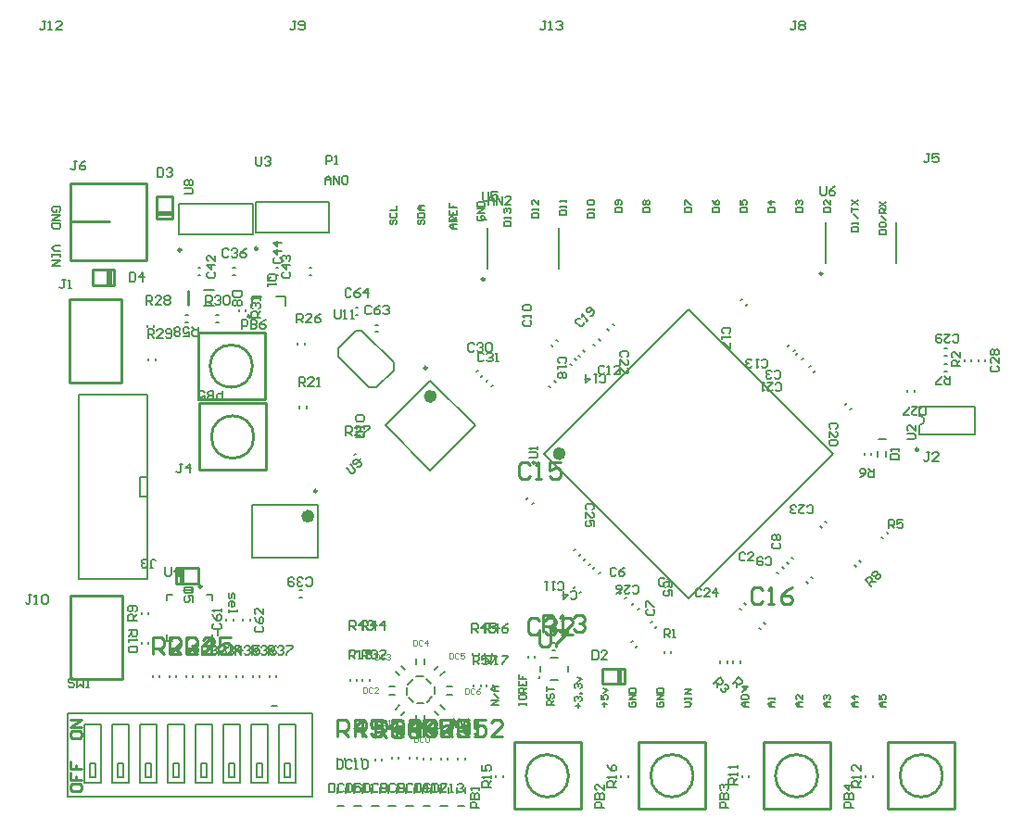
<source format=gto>
%FSLAX25Y25*%
%MOIN*%
G70*
G01*
G75*
G04 Layer_Color=65535*
%ADD10R,0.03347X0.03150*%
G04:AMPARAMS|DCode=11|XSize=25.59mil|YSize=33.47mil|CornerRadius=6.4mil|HoleSize=0mil|Usage=FLASHONLY|Rotation=180.000|XOffset=0mil|YOffset=0mil|HoleType=Round|Shape=RoundedRectangle|*
%AMROUNDEDRECTD11*
21,1,0.02559,0.02067,0,0,180.0*
21,1,0.01280,0.03347,0,0,180.0*
1,1,0.01280,-0.00640,0.01034*
1,1,0.01280,0.00640,0.01034*
1,1,0.01280,0.00640,-0.01034*
1,1,0.01280,-0.00640,-0.01034*
%
%ADD11ROUNDEDRECTD11*%
%ADD12R,0.03150X0.03347*%
%ADD13R,0.02362X0.04724*%
%ADD14R,0.04331X0.05906*%
G04:AMPARAMS|DCode=15|XSize=33.47mil|YSize=31.5mil|CornerRadius=0mil|HoleSize=0mil|Usage=FLASHONLY|Rotation=225.000|XOffset=0mil|YOffset=0mil|HoleType=Round|Shape=Rectangle|*
%AMROTATEDRECTD15*
4,1,4,0.00070,0.02297,0.02297,0.00070,-0.00070,-0.02297,-0.02297,-0.00070,0.00070,0.02297,0.0*
%
%ADD15ROTATEDRECTD15*%

%ADD16R,0.03819X0.03543*%
%ADD17R,0.03819X0.02559*%
%ADD18R,0.08500X0.05500*%
%ADD19R,0.08661X0.08661*%
%ADD20O,0.03740X0.01181*%
%ADD21O,0.01181X0.03740*%
G04:AMPARAMS|DCode=22|XSize=33.47mil|YSize=31.5mil|CornerRadius=0mil|HoleSize=0mil|Usage=FLASHONLY|Rotation=315.000|XOffset=0mil|YOffset=0mil|HoleType=Round|Shape=Rectangle|*
%AMROTATEDRECTD22*
4,1,4,-0.02297,0.00070,-0.00070,0.02297,0.02297,-0.00070,0.00070,-0.02297,-0.02297,0.00070,0.0*
%
%ADD22ROTATEDRECTD22*%

%ADD23R,0.03543X0.08268*%
%ADD24R,0.12992X0.08268*%
%ADD25R,0.04724X0.03347*%
%ADD26R,0.05000X0.03347*%
%ADD27R,0.03347X0.04724*%
%ADD28R,0.03347X0.05000*%
%ADD29R,0.02900X0.11000*%
G04:AMPARAMS|DCode=30|XSize=78.74mil|YSize=94.49mil|CornerRadius=0mil|HoleSize=0mil|Usage=FLASHONLY|Rotation=315.000|XOffset=0mil|YOffset=0mil|HoleType=Round|Shape=Rectangle|*
%AMROTATEDRECTD30*
4,1,4,-0.06125,-0.00557,0.00557,0.06125,0.06125,0.00557,-0.00557,-0.06125,-0.06125,-0.00557,0.0*
%
%ADD30ROTATEDRECTD30*%

%ADD31R,0.06000X0.08500*%
%ADD32R,0.02362X0.08071*%
G04:AMPARAMS|DCode=33|XSize=9.84mil|YSize=59.06mil|CornerRadius=0mil|HoleSize=0mil|Usage=FLASHONLY|Rotation=45.000|XOffset=0mil|YOffset=0mil|HoleType=Round|Shape=Rectangle|*
%AMROTATEDRECTD33*
4,1,4,0.01740,-0.02436,-0.02436,0.01740,-0.01740,0.02436,0.02436,-0.01740,0.01740,-0.02436,0.0*
%
%ADD33ROTATEDRECTD33*%

G04:AMPARAMS|DCode=34|XSize=9.84mil|YSize=59.06mil|CornerRadius=0mil|HoleSize=0mil|Usage=FLASHONLY|Rotation=135.000|XOffset=0mil|YOffset=0mil|HoleType=Round|Shape=Rectangle|*
%AMROTATEDRECTD34*
4,1,4,0.02436,0.01740,-0.01740,-0.02436,-0.02436,-0.01740,0.01740,0.02436,0.02436,0.01740,0.0*
%
%ADD34ROTATEDRECTD34*%

%ADD35R,0.02362X0.07087*%
%ADD36R,0.11024X0.03937*%
%ADD37R,0.01378X0.03937*%
%ADD38R,0.05512X0.01575*%
%ADD39R,0.09843X0.05610*%
%ADD40R,0.02756X0.05610*%
%ADD41C,0.01400*%
%ADD42C,0.01200*%
%ADD43R,0.06500X0.06500*%
%ADD44C,0.06500*%
%ADD45C,0.08661*%
%ADD46R,0.06500X0.06500*%
%ADD47R,0.05906X0.05906*%
%ADD48C,0.05906*%
%ADD49C,0.06299*%
%ADD50C,0.05709*%
%ADD51C,0.02598*%
%ADD52C,0.02500*%
%ADD53C,0.01000*%
%ADD54C,0.00984*%
%ADD55C,0.00787*%
%ADD56C,0.02362*%
%ADD57C,0.00700*%
%ADD58C,0.00591*%
%ADD59C,0.00600*%
%ADD60C,0.00800*%
%ADD61C,0.00400*%
%ADD62C,0.00500*%
D53*
X170835Y51402D02*
G03*
X170835Y51402I-197J0D01*
G01*
X315832Y16100D02*
G03*
X315832Y16100I-7632J0D01*
G01*
X270999D02*
G03*
X270999Y16100I-7632J0D01*
G01*
X226166D02*
G03*
X226166Y16100I-7632J0D01*
G01*
X181332D02*
G03*
X181332Y16100I-7632J0D01*
G01*
X68132Y138000D02*
G03*
X68132Y138000I-7632J0D01*
G01*
X67632Y163500D02*
G03*
X67632Y163500I-7632J0D01*
G01*
X44520Y185539D02*
Y190559D01*
X41756Y85300D02*
Y90800D01*
X40181Y85288D02*
X44118D01*
X42543Y85300D02*
X46500D01*
X40181Y85288D02*
Y89619D01*
Y90800D01*
X42543D02*
X48055D01*
Y85300D02*
Y90800D01*
X44118Y85300D02*
X48055D01*
X42543D02*
Y90800D01*
X40181D02*
X44118D01*
X296200Y4200D02*
Y28200D01*
X320200D01*
Y4200D02*
Y28200D01*
X296200Y4200D02*
X320200D01*
X251367D02*
Y28200D01*
X275367D01*
Y4200D02*
Y28200D01*
X251367Y4200D02*
X275367D01*
X206533D02*
Y28200D01*
X230533D01*
Y4200D02*
Y28200D01*
X206533Y4200D02*
X230533D01*
X161700D02*
Y28200D01*
X185700D01*
Y4200D02*
Y28200D01*
X161700Y4200D02*
X185700D01*
X48500Y126100D02*
X72500D01*
Y150100D01*
X48500D02*
X72500D01*
X48500Y126100D02*
Y150100D01*
X48000Y151600D02*
X72000D01*
Y175600D01*
X48000D02*
X72000D01*
X48000Y151600D02*
Y175600D01*
X2000Y201500D02*
X29600D01*
X2000Y229400D02*
X29600D01*
X2000Y201500D02*
Y229400D01*
X29600Y201500D02*
Y229400D01*
X2477Y215597D02*
X16257D01*
X33200Y218138D02*
X38700D01*
X38712Y216563D02*
Y220500D01*
X38700Y218925D02*
Y222882D01*
X34381Y216563D02*
X38712D01*
X33200D02*
X34381D01*
X33200Y218925D02*
Y224437D01*
X38700D01*
Y220500D02*
Y224437D01*
X33200Y218925D02*
X38700D01*
X33200Y216563D02*
Y220500D01*
X199862Y49200D02*
Y54700D01*
X197500Y54712D02*
X201437D01*
X195118Y54700D02*
X199075D01*
X201437Y50381D02*
Y54712D01*
Y49200D02*
Y50381D01*
X193563Y49200D02*
X199075D01*
X193563D02*
Y54700D01*
X197500D01*
X199075Y49200D02*
Y54700D01*
X197500Y49200D02*
X201437D01*
X14000Y192700D02*
X17937D01*
X15575D02*
Y198200D01*
X10063D02*
X14000D01*
X10063Y192700D02*
Y198200D01*
Y192700D02*
X15575D01*
X17937D02*
Y193881D01*
Y198212D01*
X11618Y198200D02*
X15575D01*
X14000Y198212D02*
X17937D01*
X16362Y192700D02*
Y198200D01*
X20358Y157539D02*
Y187461D01*
X1736D02*
X20358D01*
X1736Y157539D02*
Y187461D01*
Y157539D02*
X20358D01*
X20858Y51039D02*
Y80961D01*
X2236D02*
X20858D01*
X2236Y51039D02*
Y80961D01*
Y51039D02*
X20858D01*
X170749Y71948D02*
X169749Y72948D01*
X167750D01*
X166750Y71948D01*
Y67950D01*
X167750Y66950D01*
X169749D01*
X170749Y67950D01*
X172748Y71948D02*
X173748Y72948D01*
X175747D01*
X176747Y71948D01*
Y70949D01*
X175747Y69949D01*
X174747D01*
X175747D01*
X176747Y68949D01*
Y67950D01*
X175747Y66950D01*
X173748D01*
X172748Y67950D01*
X182745Y66950D02*
X178746D01*
X182745Y70949D01*
Y71948D01*
X181745Y72948D01*
X179746D01*
X178746Y71948D01*
X170900Y68698D02*
Y63700D01*
X171900Y62700D01*
X173899D01*
X174899Y63700D01*
Y68698D01*
X176898D02*
X180897D01*
Y67698D01*
X176898Y63700D01*
Y62700D01*
X172100Y67800D02*
Y73798D01*
X175099D01*
X176099Y72798D01*
Y70799D01*
X175099Y69799D01*
X172100D01*
X174099D02*
X176099Y67800D01*
X178098D02*
X180097D01*
X179098D01*
Y73798D01*
X178098Y72798D01*
X183096D02*
X184096Y73798D01*
X186095D01*
X187095Y72798D01*
Y71799D01*
X186095Y70799D01*
X185096D01*
X186095D01*
X187095Y69799D01*
Y68800D01*
X186095Y67800D01*
X184096D01*
X183096Y68800D01*
X250999Y82998D02*
X249999Y83998D01*
X248000D01*
X247000Y82998D01*
Y79000D01*
X248000Y78000D01*
X249999D01*
X250999Y79000D01*
X252998Y78000D02*
X254997D01*
X253998D01*
Y83998D01*
X252998Y82998D01*
X261995Y83998D02*
X259996Y82998D01*
X257996Y80999D01*
Y79000D01*
X258996Y78000D01*
X260996D01*
X261995Y79000D01*
Y79999D01*
X260996Y80999D01*
X257996D01*
X167499Y127998D02*
X166499Y128998D01*
X164500D01*
X163500Y127998D01*
Y124000D01*
X164500Y123000D01*
X166499D01*
X167499Y124000D01*
X169498Y123000D02*
X171497D01*
X170498D01*
Y128998D01*
X169498Y127998D01*
X178495Y128998D02*
X174496D01*
Y125999D01*
X176496Y126999D01*
X177496D01*
X178495Y125999D01*
Y124000D01*
X177496Y123000D01*
X175496D01*
X174496Y124000D01*
X31750Y59950D02*
Y65948D01*
X34749D01*
X35749Y64948D01*
Y62949D01*
X34749Y61949D01*
X31750D01*
X33749D02*
X35749Y59950D01*
X41747D02*
X37748D01*
X41747Y63949D01*
Y64948D01*
X40747Y65948D01*
X38748D01*
X37748Y64948D01*
X43746D02*
X44746Y65948D01*
X46745D01*
X47745Y64948D01*
Y63949D01*
X46745Y62949D01*
X45746D01*
X46745D01*
X47745Y61949D01*
Y60950D01*
X46745Y59950D01*
X44746D01*
X43746Y60950D01*
X37750Y59950D02*
Y65948D01*
X40749D01*
X41749Y64948D01*
Y62949D01*
X40749Y61949D01*
X37750D01*
X39749D02*
X41749Y59950D01*
X47747D02*
X43748D01*
X47747Y63949D01*
Y64948D01*
X46747Y65948D01*
X44748D01*
X43748Y64948D01*
X52745Y59950D02*
Y65948D01*
X49746Y62949D01*
X53745D01*
X43750Y59950D02*
Y65948D01*
X46749D01*
X47749Y64948D01*
Y62949D01*
X46749Y61949D01*
X43750D01*
X45749D02*
X47749Y59950D01*
X53747D02*
X49748D01*
X53747Y63949D01*
Y64948D01*
X52747Y65948D01*
X50748D01*
X49748Y64948D01*
X59745Y65948D02*
X55746D01*
Y62949D01*
X57745Y63949D01*
X58745D01*
X59745Y62949D01*
Y60950D01*
X58745Y59950D01*
X56746D01*
X55746Y60950D01*
X124243Y30400D02*
Y36398D01*
X127242D01*
X128242Y35398D01*
Y33399D01*
X127242Y32399D01*
X124243D01*
X126242D02*
X128242Y30400D01*
X133240D02*
Y36398D01*
X130241Y33399D01*
X134240D01*
X136239Y36398D02*
X140238D01*
Y35398D01*
X136239Y31400D01*
Y30400D01*
X117757D02*
Y36398D01*
X120756D01*
X121756Y35398D01*
Y33399D01*
X120756Y32399D01*
X117757D01*
X119756D02*
X121756Y30400D01*
X126754D02*
Y36398D01*
X123755Y33399D01*
X127754D01*
X129753Y35398D02*
X130753Y36398D01*
X132752D01*
X133752Y35398D01*
Y34399D01*
X132752Y33399D01*
X133752Y32399D01*
Y31400D01*
X132752Y30400D01*
X130753D01*
X129753Y31400D01*
Y32399D01*
X130753Y33399D01*
X129753Y34399D01*
Y35398D01*
X130753Y33399D02*
X132752D01*
X98200Y30200D02*
Y36198D01*
X101199D01*
X102199Y35198D01*
Y33199D01*
X101199Y32199D01*
X98200D01*
X100199D02*
X102199Y30200D01*
X107197D02*
Y36198D01*
X104198Y33199D01*
X108197D01*
X110196Y31200D02*
X111196Y30200D01*
X113195D01*
X114195Y31200D01*
Y35198D01*
X113195Y36198D01*
X111196D01*
X110196Y35198D01*
Y34199D01*
X111196Y33199D01*
X114195D01*
X111729Y29900D02*
Y35898D01*
X114728D01*
X115727Y34898D01*
Y32899D01*
X114728Y31899D01*
X111729D01*
X113728D02*
X115727Y29900D01*
X121725Y35898D02*
X117727D01*
Y32899D01*
X119726Y33899D01*
X120726D01*
X121725Y32899D01*
Y30900D01*
X120726Y29900D01*
X118726D01*
X117727Y30900D01*
X123725Y34898D02*
X124724Y35898D01*
X126724D01*
X127723Y34898D01*
Y30900D01*
X126724Y29900D01*
X124724D01*
X123725Y30900D01*
Y34898D01*
X135400Y30200D02*
Y36198D01*
X138399D01*
X139399Y35198D01*
Y33199D01*
X138399Y32199D01*
X135400D01*
X137399D02*
X139399Y30200D01*
X145397Y36198D02*
X141398D01*
Y33199D01*
X143397Y34199D01*
X144397D01*
X145397Y33199D01*
Y31200D01*
X144397Y30200D01*
X142398D01*
X141398Y31200D01*
X147396Y30200D02*
X149396D01*
X148396D01*
Y36198D01*
X147396Y35198D01*
X141500Y30200D02*
Y36198D01*
X144499D01*
X145499Y35198D01*
Y33199D01*
X144499Y32199D01*
X141500D01*
X143499D02*
X145499Y30200D01*
X151497Y36198D02*
X147498D01*
Y33199D01*
X149497Y34199D01*
X150497D01*
X151497Y33199D01*
Y31200D01*
X150497Y30200D01*
X148498D01*
X147498Y31200D01*
X157495Y30200D02*
X153496D01*
X157495Y34199D01*
Y35198D01*
X156495Y36198D01*
X154496D01*
X153496Y35198D01*
X129200Y30200D02*
Y36198D01*
X132199D01*
X133199Y35198D01*
Y33199D01*
X132199Y32199D01*
X129200D01*
X131199D02*
X133199Y30200D01*
X139197Y36198D02*
X135198D01*
Y33199D01*
X137197Y34199D01*
X138197D01*
X139197Y33199D01*
Y31200D01*
X138197Y30200D01*
X136198D01*
X135198Y31200D01*
X141196Y35198D02*
X142196Y36198D01*
X144195D01*
X145195Y35198D01*
Y34199D01*
X144195Y33199D01*
X143195D01*
X144195D01*
X145195Y32199D01*
Y31200D01*
X144195Y30200D01*
X142196D01*
X141196Y31200D01*
X104400Y30200D02*
Y36198D01*
X107399D01*
X108399Y35198D01*
Y33199D01*
X107399Y32199D01*
X104400D01*
X106399D02*
X108399Y30200D01*
X114397Y36198D02*
X110398D01*
Y33199D01*
X112397Y34199D01*
X113397D01*
X114397Y33199D01*
Y31200D01*
X113397Y30200D01*
X111398D01*
X110398Y31200D01*
X119395Y30200D02*
Y36198D01*
X116396Y33199D01*
X120395D01*
X2001Y12499D02*
Y11167D01*
X2668Y10500D01*
X5334D01*
X6000Y11167D01*
Y12499D01*
X5334Y13166D01*
X2668D01*
X2001Y12499D01*
Y17165D02*
Y14499D01*
X4001D01*
Y15832D01*
Y14499D01*
X6000D01*
X2001Y21163D02*
Y18497D01*
X4001D01*
Y19830D01*
Y18497D01*
X6000D01*
X2001Y31499D02*
Y30166D01*
X2668Y29500D01*
X5334D01*
X6000Y30166D01*
Y31499D01*
X5334Y32166D01*
X2668D01*
X2001Y31499D01*
X6000Y33499D02*
X2001D01*
X6000Y36165D01*
X2001D01*
D54*
X66905Y181457D02*
G03*
X66905Y181457I-492J0D01*
G01*
X49331Y84220D02*
G03*
X49331Y84220I-492J0D01*
G01*
X69500Y205780D02*
G03*
X69500Y205780I-492J0D01*
G01*
X307146Y133468D02*
G03*
X307146Y133468I-492J0D01*
G01*
X169314Y128799D02*
G03*
X169314Y128799I-492J0D01*
G01*
X90839Y118567D02*
G03*
X90839Y118567I-492J0D01*
G01*
X272622Y196780D02*
G03*
X272622Y196780I-492J0D01*
G01*
X151122Y194780D02*
G03*
X151122Y194780I-492J0D01*
G01*
X42000Y205279D02*
G03*
X42000Y205279I-492J0D01*
G01*
X130352Y162909D02*
G03*
X130352Y162909I-492J0D01*
G01*
D55*
X307658Y142360D02*
G03*
X307658Y145640I0J1640D01*
G01*
X166720Y58606D02*
Y59394D01*
X169280Y58606D02*
Y59394D01*
X175606Y61221D02*
X176394D01*
X175606Y63779D02*
X176394D01*
X67398Y185295D02*
Y188445D01*
X70744D01*
X79602Y185295D02*
Y188445D01*
X76256D02*
X79602D01*
X50051Y191020D02*
X53988D01*
X50051Y185114D02*
X53988D01*
X43606Y179220D02*
X44394D01*
X43606Y181780D02*
X44394D01*
X62721Y183106D02*
Y183894D01*
X65280Y183106D02*
Y183894D01*
X243180Y56706D02*
Y57494D01*
X240620Y56706D02*
Y57494D01*
X292870Y137402D02*
X295425D01*
X287720Y131606D02*
Y132394D01*
X290280Y131606D02*
Y132394D01*
X284117Y91774D02*
X284674Y91217D01*
X285926Y93583D02*
X286483Y93026D01*
X293917Y102074D02*
X294474Y101517D01*
X295726Y103883D02*
X296283Y103326D01*
X235821Y56706D02*
Y57494D01*
X238380Y56706D02*
Y57494D01*
X27720Y63606D02*
Y64394D01*
X30279Y63606D02*
Y64394D01*
X64320Y71906D02*
Y72694D01*
X66879Y71906D02*
Y72694D01*
X58220Y71906D02*
Y72694D01*
X60780Y71906D02*
Y72694D01*
X30279Y74106D02*
Y74894D01*
X27720Y74106D02*
Y74894D01*
X36732Y81268D02*
X38898D01*
X36732Y79102D02*
Y81268D01*
Y64732D02*
Y66898D01*
Y64732D02*
X38898D01*
X51102D02*
X53268D01*
Y66898D01*
Y79102D02*
Y81268D01*
X51102D02*
X53268D01*
X130353Y42750D02*
X132159Y44556D01*
X133098Y45570D02*
Y48125D01*
X130144Y51059D02*
X131950Y49253D01*
X126475Y51998D02*
X129030D01*
X123641Y49044D02*
X125447Y50850D01*
X123302Y45375D02*
Y47930D01*
X123849Y44347D02*
X125656Y42541D01*
X126770Y42202D02*
X129325D01*
X68811Y211488D02*
X95189D01*
X68811Y222512D02*
X95189D01*
X68811Y211488D02*
Y222512D01*
X95189Y211488D02*
Y222512D01*
X111906Y175821D02*
X112694D01*
X111906Y178379D02*
X112694D01*
X104706Y184479D02*
X105494D01*
X104706Y181921D02*
X105494D01*
X29721Y177606D02*
Y178394D01*
X32280Y177606D02*
Y178394D01*
X32779Y165606D02*
Y166394D01*
X30220Y165606D02*
Y166394D01*
X54606Y179220D02*
X55394D01*
X54606Y181780D02*
X55394D01*
X84620Y148306D02*
Y149094D01*
X87179Y148306D02*
Y149094D01*
X53000Y13500D02*
Y33500D01*
X47000Y13500D02*
X53000D01*
X47000D02*
Y33500D01*
Y34500D01*
X53000D01*
Y33500D02*
Y34500D01*
X49000Y20500D02*
X51000D01*
Y15500D02*
Y20500D01*
X49000Y15500D02*
X51000D01*
X49000D02*
Y20500D01*
X59000Y15500D02*
Y20500D01*
Y15500D02*
X61000D01*
Y20500D01*
X59000D02*
X61000D01*
X63000Y33500D02*
Y34500D01*
X57000D02*
X63000D01*
X57000Y33500D02*
Y34500D01*
Y13500D02*
Y33500D01*
Y13500D02*
X63000D01*
Y33500D01*
X69000Y15500D02*
Y20500D01*
Y15500D02*
X71000D01*
Y20500D01*
X69000D02*
X71000D01*
X73000Y33500D02*
Y34500D01*
X67000D02*
X73000D01*
X67000Y33500D02*
Y34500D01*
Y13500D02*
Y33500D01*
Y13500D02*
X73000D01*
Y33500D01*
X79000Y15500D02*
Y20500D01*
Y15500D02*
X81000D01*
Y20500D01*
X79000D02*
X81000D01*
X83000Y33500D02*
Y34500D01*
X77000D02*
X83000D01*
X77000Y33500D02*
Y34500D01*
Y13500D02*
Y33500D01*
Y13500D02*
X83000D01*
Y33500D01*
X43000Y13500D02*
Y33500D01*
X37000Y13500D02*
X43000D01*
X37000D02*
Y33500D01*
Y34500D01*
X43000D01*
Y33500D02*
Y34500D01*
X39000Y20500D02*
X41000D01*
Y15500D02*
Y20500D01*
X39000Y15500D02*
X41000D01*
X39000D02*
Y20500D01*
X33000Y13500D02*
Y33500D01*
X27000Y13500D02*
X33000D01*
X27000D02*
Y33500D01*
Y34500D01*
X33000D01*
Y33500D02*
Y34500D01*
X29000Y20500D02*
X31000D01*
Y15500D02*
Y20500D01*
X29000Y15500D02*
X31000D01*
X29000D02*
Y20500D01*
X23000Y13500D02*
Y33500D01*
X17000Y13500D02*
X23000D01*
X17000D02*
Y33500D01*
Y34500D01*
X23000D01*
Y33500D02*
Y34500D01*
X19000Y20500D02*
X21000D01*
Y15500D02*
Y20500D01*
X19000Y15500D02*
X21000D01*
X19000D02*
Y20500D01*
X9000Y15500D02*
Y20500D01*
Y15500D02*
X11000D01*
Y20500D01*
X9000D02*
X11000D01*
X13000Y33500D02*
Y34500D01*
X7000D02*
X13000D01*
X7000Y33500D02*
Y34500D01*
Y13500D02*
Y33500D01*
Y13500D02*
X13000D01*
Y33500D01*
X1000Y38500D02*
X89000D01*
Y8500D02*
Y38500D01*
X1000Y8500D02*
X89000D01*
X1000D02*
Y38500D01*
X122818Y5398D02*
X125373D01*
X116632D02*
X119187D01*
X98075D02*
X100630D01*
X110446D02*
X113001D01*
X135189D02*
X137744D01*
X141375D02*
X143930D01*
X129003D02*
X131559D01*
X104261D02*
X106816D01*
X88106Y196221D02*
X88894D01*
X88106Y198779D02*
X88894D01*
X48106D02*
X48894D01*
X48106Y196221D02*
X48894D01*
X307657Y148921D02*
X327342D01*
X307657Y139079D02*
X327342D01*
Y148921D01*
X307657Y145640D02*
Y148921D01*
Y139079D02*
Y142360D01*
X67492Y94551D02*
X67492Y113449D01*
X91311Y94551D02*
Y113449D01*
X67492Y94551D02*
X91311D01*
X67492Y113449D02*
X91311D01*
X29937Y87051D02*
Y153193D01*
X5134D02*
X29937D01*
X5134Y87051D02*
Y153193D01*
Y87051D02*
X29937D01*
X27181Y116579D02*
X29937D01*
X27181D02*
Y123665D01*
X29937D01*
X155220Y15606D02*
Y16394D01*
X157780Y15606D02*
Y16394D01*
X288221Y15606D02*
Y16394D01*
X290779Y15606D02*
Y16394D01*
X243721Y15606D02*
Y16394D01*
X246280Y15606D02*
Y16394D01*
X200220Y15606D02*
Y16394D01*
X202780Y15606D02*
Y16394D01*
X299295Y200716D02*
Y215283D01*
X273705Y200716D02*
Y215283D01*
X177795Y198716D02*
Y213283D01*
X152205Y198716D02*
Y213283D01*
X76279Y51606D02*
Y52394D01*
X73721Y51606D02*
Y52394D01*
X70280Y51606D02*
Y52394D01*
X67721Y51606D02*
Y52394D01*
X64280Y51606D02*
Y52394D01*
X61721Y51606D02*
Y52394D01*
X58280Y51606D02*
Y52394D01*
X55721Y51606D02*
Y52394D01*
X52280Y51606D02*
Y52394D01*
X49720Y51606D02*
Y52394D01*
X43720Y51606D02*
Y52394D01*
X46279Y51606D02*
Y52394D01*
X37721Y51606D02*
Y52394D01*
X40279Y51606D02*
Y52394D01*
X31721Y51606D02*
Y52394D01*
X34280Y51606D02*
Y52394D01*
X153526Y156117D02*
X154083Y156674D01*
X151717Y157926D02*
X152274Y158483D01*
X149991Y159652D02*
X150548Y160209D01*
X148181Y161462D02*
X148738Y162019D01*
X106026Y129617D02*
X106583Y130174D01*
X104217Y131426D02*
X104774Y131983D01*
X83820Y171106D02*
Y171894D01*
X86379Y171106D02*
Y171894D01*
X84606Y82780D02*
X85394D01*
X84606Y80221D02*
X85394D01*
X76106Y196221D02*
X76894D01*
X76106Y198779D02*
X76894D01*
X210817Y71126D02*
X211374Y71683D01*
X212626Y69317D02*
X213183Y69874D01*
X60606Y196221D02*
X61394D01*
X60606Y198779D02*
X61394D01*
X316606Y164280D02*
X317394D01*
X316606Y161720D02*
X317394D01*
X326280Y165106D02*
Y165894D01*
X323720Y165106D02*
Y165894D01*
X316606Y169780D02*
X317394D01*
X316606Y167220D02*
X317394D01*
X331280Y165106D02*
Y165894D01*
X328720Y165106D02*
Y165894D01*
X218280Y60106D02*
Y60894D01*
X215720Y60106D02*
Y60894D01*
X305780Y154106D02*
Y154894D01*
X303220Y154106D02*
Y154894D01*
X192126Y88817D02*
X192683Y89374D01*
X190317Y90626D02*
X190874Y91183D01*
X190317Y171374D02*
X190874Y170817D01*
X192126Y173183D02*
X192683Y172626D01*
X199817Y81626D02*
X200374Y82183D01*
X201626Y79817D02*
X202183Y80374D01*
X256317Y89374D02*
X256874Y88817D01*
X258126Y91183D02*
X258683Y90626D01*
X265126Y165817D02*
X265683Y166374D01*
X263317Y167626D02*
X263874Y168183D01*
X185126Y81817D02*
X185683Y82374D01*
X183317Y83626D02*
X183874Y84183D01*
X205626Y62317D02*
X206183Y62874D01*
X203817Y64126D02*
X204374Y64683D01*
X259817Y92874D02*
X260374Y92317D01*
X261626Y94683D02*
X262183Y94126D01*
X266817Y85874D02*
X267374Y85317D01*
X268626Y87683D02*
X269183Y87126D01*
X176826Y172983D02*
X177383Y172426D01*
X175017Y171174D02*
X175574Y170617D01*
X188626Y91817D02*
X189183Y92374D01*
X186817Y93626D02*
X187374Y94183D01*
X186626Y169183D02*
X187183Y168626D01*
X184817Y167374D02*
X185374Y166817D01*
X262126Y168817D02*
X262683Y169374D01*
X260317Y170626D02*
X260874Y171183D01*
X181817Y164374D02*
X182374Y163817D01*
X183626Y166183D02*
X184183Y165626D01*
X245126Y185317D02*
X245683Y185873D01*
X243317Y187126D02*
X243874Y187683D01*
X176126Y158183D02*
X176683Y157626D01*
X174317Y156374D02*
X174874Y155817D01*
X282626Y147817D02*
X283183Y148374D01*
X280817Y149626D02*
X281374Y150183D01*
X269626Y161317D02*
X270183Y161874D01*
X267817Y163126D02*
X268374Y163683D01*
X197126Y178683D02*
X197683Y178127D01*
X195317Y176874D02*
X195874Y176317D01*
X271817Y105874D02*
X272374Y105317D01*
X273626Y107683D02*
X274183Y107126D01*
X242817Y76374D02*
X243374Y75817D01*
X244626Y78183D02*
X245183Y77626D01*
X183317Y97126D02*
X183874Y97683D01*
X185126Y95317D02*
X185683Y95874D01*
X204317Y77626D02*
X204874Y78183D01*
X206126Y75817D02*
X206683Y76374D01*
X166317Y115626D02*
X166874Y116183D01*
X168126Y113817D02*
X168683Y114374D01*
X251626Y71183D02*
X252183Y70626D01*
X249817Y69374D02*
X250374Y68817D01*
X41311Y210988D02*
X67689D01*
X41311Y222012D02*
X67689D01*
X41311Y210988D02*
Y222012D01*
X67689Y210988D02*
Y222012D01*
X104406Y21906D02*
Y22694D01*
X106965Y21906D02*
Y22694D01*
X129149Y21906D02*
Y22694D01*
X131708Y21906D02*
Y22694D01*
X141520Y21906D02*
Y22694D01*
X144079Y21906D02*
Y22694D01*
X135335Y21906D02*
Y22694D01*
X137894Y21906D02*
Y22694D01*
X111721Y21606D02*
Y22394D01*
X114279Y21606D02*
Y22394D01*
X98220Y21906D02*
Y22694D01*
X100779Y21906D02*
Y22694D01*
X117720Y22106D02*
Y22894D01*
X120280Y22106D02*
Y22894D01*
X124221Y22106D02*
Y22894D01*
X126779Y22106D02*
Y22894D01*
X107220Y50106D02*
Y50894D01*
X109780Y50106D02*
Y50894D01*
X151720Y48106D02*
Y48894D01*
X154279Y48106D02*
Y48894D01*
X102720Y50106D02*
Y50894D01*
X105280Y50106D02*
Y50894D01*
X102720Y60606D02*
X102720Y61394D01*
X105280Y60606D02*
Y61394D01*
X107220Y60606D02*
Y61394D01*
X109780Y60606D02*
Y61394D01*
X146721Y59606D02*
X146721Y60394D01*
X149279Y59606D02*
Y60394D01*
X151221Y59606D02*
Y60394D01*
X153779Y59606D02*
Y60394D01*
X147221Y48106D02*
Y48894D01*
X149779Y48106D02*
Y48894D01*
X115454Y142100D02*
X131600Y125953D01*
Y158247D02*
X147747Y142100D01*
X131600Y125953D02*
X147747Y142100D01*
X115454D02*
X131600Y158247D01*
D56*
X179190Y132000D02*
G03*
X179190Y132000I-1181J0D01*
G01*
X88752Y109512D02*
G03*
X88752Y109512I-1181J0D01*
G01*
X132781Y152679D02*
G03*
X132781Y152679I-1181J0D01*
G01*
D57*
X174941Y58500D02*
X177500D01*
X174941Y50600D02*
X177500D01*
X171327Y53567D02*
Y55634D01*
X181169Y53567D02*
Y55634D01*
X98346Y169830D02*
X102243Y173727D01*
X98346Y167046D02*
Y169830D01*
Y167046D02*
X109481Y155910D01*
X112265D01*
X118390Y162035D01*
Y164819D01*
X107254Y175954D02*
X118390Y164819D01*
X106976Y176233D02*
X107254Y175954D01*
X102243Y173727D02*
X104749Y176233D01*
X106976Y176233D01*
D58*
X295500Y131000D02*
Y133000D01*
X292500Y131000D02*
Y133000D01*
X135325Y41497D02*
X136739Y40082D01*
X133203Y39375D02*
X134617Y37961D01*
X137500Y48200D02*
X139500D01*
X137500Y45200D02*
X139500D01*
X133203Y54225D02*
X134617Y55639D01*
X135325Y52103D02*
X136739Y53518D01*
X126400Y56400D02*
Y58400D01*
X129400Y56400D02*
Y58400D01*
X119061Y53518D02*
X120475Y52103D01*
X121183Y55639D02*
X122597Y54225D01*
X116900Y45300D02*
X118900D01*
X116900Y48300D02*
X118900D01*
X121183Y37961D02*
X122597Y39375D01*
X119061Y40082D02*
X120475Y41497D01*
X129400Y35800D02*
Y37800D01*
X126400Y35800D02*
Y37800D01*
X125743Y9800D02*
Y11800D01*
X122743Y9800D02*
Y11800D01*
X119557Y9800D02*
Y11800D01*
X116557Y9800D02*
Y11800D01*
X101000Y9800D02*
Y11800D01*
X98000Y9800D02*
Y11800D01*
X113371Y9800D02*
Y11800D01*
X110371Y9800D02*
Y11800D01*
X138114Y9800D02*
Y11800D01*
X135114Y9800D02*
Y11800D01*
X144300Y9800D02*
Y11800D01*
X141300Y9800D02*
Y11800D01*
X131929Y9800D02*
Y11800D01*
X128928Y9800D02*
Y11800D01*
X107186Y9800D02*
Y11800D01*
X104186Y9800D02*
Y11800D01*
D59*
X224500Y79941D02*
X276559Y132000D01*
X172441D02*
X224500Y184059D01*
X276559Y132000D01*
X172441D02*
X224500Y79941D01*
X101421Y126768D02*
X103188Y125001D01*
X103895D01*
X104602Y125708D01*
X104602Y126415D01*
X102835Y128182D01*
X105309Y127122D02*
X106016D01*
X106723Y127829D01*
X106723Y128535D01*
X105309Y129949D01*
X104602Y129949D01*
X103895Y129242D01*
Y128535D01*
X104248Y128182D01*
X104955Y128182D01*
X106016Y129242D01*
X167240Y130501D02*
X169739D01*
X170239Y131001D01*
Y132000D01*
X169739Y132500D01*
X167240D01*
X170239Y133500D02*
Y134500D01*
Y134000D01*
X167240D01*
X167740Y133500D01*
X204462Y82213D02*
X204962Y81713D01*
X205962D01*
X206462Y82213D01*
Y84212D01*
X205962Y84712D01*
X204962D01*
X204462Y84212D01*
X201463Y84712D02*
X203463D01*
X201463Y82713D01*
Y82213D01*
X201963Y81713D01*
X202963D01*
X203463Y82213D01*
X198464Y81713D02*
X199464Y82213D01*
X200464Y83213D01*
Y84212D01*
X199964Y84712D01*
X198964D01*
X198464Y84212D01*
Y83712D01*
X198964Y83213D01*
X200464D01*
X189911Y111893D02*
X190411Y112393D01*
Y113393D01*
X189911Y113893D01*
X187912D01*
X187412Y113393D01*
Y112393D01*
X187912Y111893D01*
X187412Y108894D02*
Y110894D01*
X189412Y108894D01*
X189911D01*
X190411Y109394D01*
Y110394D01*
X189911Y110894D01*
X190411Y105895D02*
Y107895D01*
X188912D01*
X189412Y106895D01*
Y106395D01*
X188912Y105895D01*
X187912D01*
X187412Y106395D01*
Y107395D01*
X187912Y107895D01*
X229136Y82941D02*
X228636Y83441D01*
X227637D01*
X227137Y82941D01*
Y80942D01*
X227637Y80442D01*
X228636D01*
X229136Y80942D01*
X232135Y80442D02*
X230136D01*
X232135Y82441D01*
Y82941D01*
X231635Y83441D01*
X230636D01*
X230136Y82941D01*
X234634Y80442D02*
Y83441D01*
X233135Y81941D01*
X235134D01*
X267276Y111071D02*
X267776Y110571D01*
X268776D01*
X269275Y111071D01*
Y113070D01*
X268776Y113570D01*
X267776D01*
X267276Y113070D01*
X264277Y113570D02*
X266276D01*
X264277Y111571D01*
Y111071D01*
X264777Y110571D01*
X265777D01*
X266276Y111071D01*
X263277D02*
X262778Y110571D01*
X261778D01*
X261278Y111071D01*
Y111571D01*
X261778Y112071D01*
X262278D01*
X261778D01*
X261278Y112571D01*
Y113070D01*
X261778Y113570D01*
X262778D01*
X263277Y113070D01*
X202449Y166904D02*
X202949Y167404D01*
Y168404D01*
X202449Y168904D01*
X200450D01*
X199950Y168404D01*
Y167404D01*
X200450Y166904D01*
X199950Y163906D02*
Y165905D01*
X201950Y163906D01*
X202449D01*
X202949Y164405D01*
Y165405D01*
X202449Y165905D01*
X199950Y160907D02*
Y162906D01*
X201950Y160907D01*
X202449D01*
X202949Y161406D01*
Y162406D01*
X202449Y162906D01*
X255752Y155003D02*
X256252Y154503D01*
X257252D01*
X257751Y155003D01*
Y157002D01*
X257252Y157502D01*
X256252D01*
X255752Y157002D01*
X252753Y157502D02*
X254752D01*
X252753Y155503D01*
Y155003D01*
X253253Y154503D01*
X254253D01*
X254752Y155003D01*
X251753Y157502D02*
X250754D01*
X251253D01*
Y154503D01*
X251753Y155003D01*
X277536Y141069D02*
X278036Y141569D01*
Y142568D01*
X277536Y143068D01*
X275537D01*
X275037Y142568D01*
Y141569D01*
X275537Y141069D01*
X275037Y138070D02*
Y140069D01*
X277036Y138070D01*
X277536D01*
X278036Y138570D01*
Y139569D01*
X277536Y140069D01*
Y137070D02*
X278036Y136570D01*
Y135571D01*
X277536Y135071D01*
X275537D01*
X275037Y135571D01*
Y136570D01*
X275537Y137070D01*
X277536D01*
X180048Y164603D02*
X180547Y165103D01*
Y166102D01*
X180048Y166602D01*
X178048D01*
X177549Y166102D01*
Y165103D01*
X178048Y164603D01*
X177549Y163603D02*
Y162603D01*
Y163103D01*
X180547D01*
X180048Y163603D01*
Y161104D02*
X180547Y160604D01*
Y159604D01*
X180048Y159105D01*
X179548D01*
X179048Y159604D01*
X178548Y159105D01*
X178048D01*
X177549Y159604D01*
Y160604D01*
X178048Y161104D01*
X178548D01*
X179048Y160604D01*
X179548Y161104D01*
X180048D01*
X179048Y160604D02*
Y159604D01*
X239018Y175387D02*
X239518Y175887D01*
Y176886D01*
X239018Y177386D01*
X237019D01*
X236519Y176886D01*
Y175887D01*
X237019Y175387D01*
X236519Y174387D02*
Y173387D01*
Y173887D01*
X239518D01*
X239018Y174387D01*
X239518Y171888D02*
Y169889D01*
X239018D01*
X237019Y171888D01*
X236519D01*
X192561Y157956D02*
X193060Y157456D01*
X194060D01*
X194560Y157956D01*
Y159955D01*
X194060Y160455D01*
X193060D01*
X192561Y159955D01*
X191561Y160455D02*
X190561D01*
X191061D01*
Y157456D01*
X191561Y157956D01*
X187562Y160455D02*
Y157456D01*
X189062Y158956D01*
X187062D01*
X250819Y163436D02*
X251319Y162936D01*
X252319D01*
X252819Y163436D01*
Y165435D01*
X252319Y165935D01*
X251319D01*
X250819Y165435D01*
X249820Y165935D02*
X248820D01*
X249320D01*
Y162936D01*
X249820Y163436D01*
X247320D02*
X246820Y162936D01*
X245821D01*
X245321Y163436D01*
Y163936D01*
X245821Y164436D01*
X246321D01*
X245821D01*
X245321Y164935D01*
Y165435D01*
X245821Y165935D01*
X246820D01*
X247320Y165435D01*
X194270Y163175D02*
X193770Y163675D01*
X192770D01*
X192271Y163175D01*
Y161175D01*
X192770Y160676D01*
X193770D01*
X194270Y161175D01*
X195270Y160676D02*
X196269D01*
X195769D01*
Y163675D01*
X195270Y163175D01*
X199768Y160676D02*
X197769D01*
X199768Y162675D01*
Y163175D01*
X199268Y163675D01*
X198268D01*
X197769Y163175D01*
X177423Y83259D02*
X177923Y82759D01*
X178922D01*
X179422Y83259D01*
Y85259D01*
X178922Y85758D01*
X177923D01*
X177423Y85259D01*
X176423Y85758D02*
X175424D01*
X175924D01*
Y82759D01*
X176423Y83259D01*
X173924Y85758D02*
X172924D01*
X173424D01*
Y82759D01*
X173924Y83259D01*
X165484Y180002D02*
X164984Y179502D01*
Y178502D01*
X165484Y178002D01*
X167483D01*
X167983Y178502D01*
Y179502D01*
X167483Y180002D01*
X167983Y181001D02*
Y182001D01*
Y181501D01*
X164984D01*
X165484Y181001D01*
Y183501D02*
X164984Y184000D01*
Y185000D01*
X165484Y185500D01*
X167483D01*
X167983Y185000D01*
Y184000D01*
X167483Y183501D01*
X165484D01*
X252306Y92301D02*
X252805Y91801D01*
X253805D01*
X254305Y92301D01*
Y94300D01*
X253805Y94800D01*
X252805D01*
X252306Y94300D01*
X251306D02*
X250806Y94800D01*
X249806D01*
X249307Y94300D01*
Y92301D01*
X249806Y91801D01*
X250806D01*
X251306Y92301D01*
Y92800D01*
X250806Y93300D01*
X249307D01*
X255008Y99853D02*
X254508Y99353D01*
Y98353D01*
X255008Y97853D01*
X257007D01*
X257507Y98353D01*
Y99353D01*
X257007Y99853D01*
X255008Y100853D02*
X254508Y101352D01*
Y102352D01*
X255008Y102852D01*
X255508D01*
X256008Y102352D01*
X256507Y102852D01*
X257007D01*
X257507Y102352D01*
Y101352D01*
X257007Y100853D01*
X256507D01*
X256008Y101352D01*
X255508Y100853D01*
X255008D01*
X256008Y101352D02*
Y102352D01*
X209783Y76012D02*
X209283Y75513D01*
Y74513D01*
X209783Y74013D01*
X211782D01*
X212282Y74513D01*
Y75513D01*
X211782Y76012D01*
X209283Y77012D02*
Y79011D01*
X209783D01*
X211782Y77012D01*
X212282D01*
X198363Y90582D02*
X197863Y91082D01*
X196863D01*
X196363Y90582D01*
Y88583D01*
X196863Y88083D01*
X197863D01*
X198363Y88583D01*
X201362Y91082D02*
X200362Y90582D01*
X199362Y89583D01*
Y88583D01*
X199862Y88083D01*
X200862D01*
X201362Y88583D01*
Y89083D01*
X200862Y89583D01*
X199362D01*
X218026Y83879D02*
X218526Y84378D01*
Y85378D01*
X218026Y85878D01*
X216027D01*
X215527Y85378D01*
Y84378D01*
X216027Y83879D01*
X218526Y80880D02*
Y82879D01*
X217026D01*
X217526Y81879D01*
Y81379D01*
X217026Y80880D01*
X216027D01*
X215527Y81379D01*
Y82379D01*
X216027Y82879D01*
X255495Y159460D02*
X255995Y158961D01*
X256994D01*
X257494Y159460D01*
Y161460D01*
X256994Y161960D01*
X255995D01*
X255495Y161460D01*
X254495Y159460D02*
X253995Y158961D01*
X252995D01*
X252496Y159460D01*
Y159960D01*
X252995Y160460D01*
X253495D01*
X252995D01*
X252496Y160960D01*
Y161460D01*
X252995Y161960D01*
X253995D01*
X254495Y161460D01*
X244864Y96069D02*
X244364Y96569D01*
X243365D01*
X242865Y96069D01*
Y94069D01*
X243365Y93570D01*
X244364D01*
X244864Y94069D01*
X247863Y93570D02*
X245864D01*
X247863Y95569D01*
Y96069D01*
X247363Y96569D01*
X246363D01*
X245864Y96069D01*
X215838Y86907D02*
X215338Y87407D01*
X214339D01*
X213839Y86907D01*
Y84907D01*
X214339Y84408D01*
X215338D01*
X215838Y84907D01*
X216838Y84408D02*
X217838D01*
X217338D01*
Y87407D01*
X216838Y86907D01*
X185347Y180681D02*
X184640Y180681D01*
X183933Y179974D01*
Y179267D01*
X185347Y177853D01*
X186053D01*
X186760Y178560D01*
X186760Y179267D01*
X187821Y179621D02*
X188528Y180327D01*
X188174Y179974D01*
X186053Y182095D01*
Y181388D01*
X189234Y181741D02*
X189941D01*
X190648Y182448D01*
X190648Y183155D01*
X189234Y184569D01*
X188528D01*
X187821Y183862D01*
Y183155D01*
X188174Y182802D01*
X188881Y182802D01*
X189941Y183862D01*
X182001Y80201D02*
X182501Y79701D01*
X183500D01*
X184000Y80201D01*
Y82200D01*
X183500Y82700D01*
X182501D01*
X182001Y82200D01*
X179501Y82700D02*
Y79701D01*
X181001Y81200D01*
X179002D01*
X30701Y91001D02*
X31700D01*
X31201D01*
Y93500D01*
X31700Y94000D01*
X32200D01*
X32700Y93500D01*
X29701Y91501D02*
X29201Y91001D01*
X28201D01*
X27702Y91501D01*
Y92001D01*
X28201Y92501D01*
X28701D01*
X28201D01*
X27702Y93000D01*
Y93500D01*
X28201Y94000D01*
X29201D01*
X29701Y93500D01*
X291000Y126500D02*
Y123501D01*
X289500D01*
X289001Y124001D01*
Y125001D01*
X289500Y125500D01*
X291000D01*
X290000D02*
X289001Y126500D01*
X286002Y123501D02*
X287001Y124001D01*
X288001Y125001D01*
Y126000D01*
X287501Y126500D01*
X286502D01*
X286002Y126000D01*
Y125500D01*
X286502Y125001D01*
X288001D01*
X296600Y105200D02*
Y108199D01*
X298099D01*
X298599Y107699D01*
Y106700D01*
X298099Y106200D01*
X296600D01*
X297600D02*
X298599Y105200D01*
X301598Y108199D02*
X299599D01*
Y106700D01*
X300599Y107199D01*
X301098D01*
X301598Y106700D01*
Y105700D01*
X301098Y105200D01*
X300099D01*
X299599Y105700D01*
X233564Y49322D02*
X235685Y51442D01*
X236745Y50382D01*
X236745Y49675D01*
X236038Y48968D01*
X235332Y48968D01*
X234271Y50029D01*
X234978Y49322D02*
X234978Y47908D01*
X237452Y48968D02*
X238159D01*
X238866Y48261D01*
X238866Y47555D01*
X238513Y47201D01*
X237806D01*
X237452Y47555D01*
X237806Y47201D01*
X237806Y46494D01*
X237452Y46141D01*
X236745Y46141D01*
X236038Y46848D01*
Y47555D01*
X307901Y146301D02*
X308401Y145801D01*
X309400D01*
X309900Y146301D01*
Y148300D01*
X309400Y148800D01*
X308401D01*
X307901Y148300D01*
X304902Y148800D02*
X306901D01*
X304902Y146801D01*
Y146301D01*
X305401Y145801D01*
X306401D01*
X306901Y146301D01*
X303902Y145801D02*
X301903D01*
Y146301D01*
X303902Y148300D01*
Y148800D01*
X333501Y163499D02*
X333001Y162999D01*
Y162000D01*
X333501Y161500D01*
X335500D01*
X336000Y162000D01*
Y162999D01*
X335500Y163499D01*
X336000Y166498D02*
Y164499D01*
X334001Y166498D01*
X333501D01*
X333001Y165999D01*
Y164999D01*
X333501Y164499D01*
Y167498D02*
X333001Y167998D01*
Y168998D01*
X333501Y169497D01*
X334001D01*
X334501Y168998D01*
X335000Y169497D01*
X335500D01*
X336000Y168998D01*
Y167998D01*
X335500Y167498D01*
X335000D01*
X334501Y167998D01*
X334001Y167498D01*
X333501D01*
X334501Y167998D02*
Y168998D01*
X319501Y172501D02*
X320001Y172001D01*
X321000D01*
X321500Y172501D01*
Y174500D01*
X321000Y175000D01*
X320001D01*
X319501Y174500D01*
X316502Y175000D02*
X318501D01*
X316502Y173001D01*
Y172501D01*
X317002Y172001D01*
X318001D01*
X318501Y172501D01*
X315502Y174500D02*
X315002Y175000D01*
X314002D01*
X313503Y174500D01*
Y172501D01*
X314002Y172001D01*
X315002D01*
X315502Y172501D01*
Y173001D01*
X315002Y173501D01*
X313503D01*
X51701Y197399D02*
X51201Y196899D01*
Y195900D01*
X51701Y195400D01*
X53700D01*
X54200Y195900D01*
Y196899D01*
X53700Y197399D01*
X54200Y199899D02*
X51201D01*
X52701Y198399D01*
Y200398D01*
X54200Y203397D02*
Y201398D01*
X52201Y203397D01*
X51701D01*
X51201Y202898D01*
Y201898D01*
X51701Y201398D01*
X78692Y197399D02*
X78192Y196899D01*
Y195900D01*
X78692Y195400D01*
X80691D01*
X81191Y195900D01*
Y196899D01*
X80691Y197399D01*
X81191Y199899D02*
X78192D01*
X79692Y198399D01*
Y200398D01*
X78692Y201398D02*
X78192Y201898D01*
Y202898D01*
X78692Y203397D01*
X79192D01*
X79692Y202898D01*
Y202398D01*
Y202898D01*
X80192Y203397D01*
X80691D01*
X81191Y202898D01*
Y201898D01*
X80691Y201398D01*
X75650Y202499D02*
X75150Y201999D01*
Y201000D01*
X75650Y200500D01*
X77649D01*
X78149Y201000D01*
Y201999D01*
X77649Y202499D01*
X78149Y204998D02*
X75150D01*
X76649Y203499D01*
Y205498D01*
X78149Y207998D02*
X75150D01*
X76649Y206498D01*
Y208497D01*
X215800Y66000D02*
Y68999D01*
X217300D01*
X217799Y68499D01*
Y67500D01*
X217300Y67000D01*
X215800D01*
X216800D02*
X217799Y66000D01*
X218799D02*
X219799D01*
X219299D01*
Y68999D01*
X218799Y68499D01*
X322000Y163500D02*
X319001D01*
Y164999D01*
X319501Y165499D01*
X320500D01*
X321000Y164999D01*
Y163500D01*
Y164500D02*
X322000Y165499D01*
Y168498D02*
Y166499D01*
X320001Y168498D01*
X319501D01*
X319001Y167999D01*
Y166999D01*
X319501Y166499D01*
X240486Y49322D02*
X242606Y51442D01*
X243667Y50382D01*
X243667Y49675D01*
X242960Y48968D01*
X242253Y48968D01*
X241193Y50029D01*
X241899Y49322D02*
X241899Y47908D01*
X243667Y46141D02*
X245787Y48261D01*
X243667Y48261D01*
X245080Y46848D01*
X318500Y160000D02*
Y157001D01*
X317001D01*
X316501Y157501D01*
Y158501D01*
X317001Y159000D01*
X318500D01*
X317500D02*
X316501Y160000D01*
X315501Y157001D02*
X313502D01*
Y157501D01*
X315501Y159500D01*
Y160000D01*
X303101Y137200D02*
X305600D01*
X306100Y137700D01*
Y138699D01*
X305600Y139199D01*
X303101D01*
X306100Y142198D02*
Y140199D01*
X304101Y142198D01*
X303601D01*
X303101Y141699D01*
Y140699D01*
X303601Y140199D01*
X43301Y225500D02*
X45800D01*
X46300Y226000D01*
Y226999D01*
X45800Y227499D01*
X43301D01*
X43801Y228499D02*
X43301Y228999D01*
Y229998D01*
X43801Y230498D01*
X44301D01*
X44800Y229998D01*
X45300Y230498D01*
X45800D01*
X46300Y229998D01*
Y228999D01*
X45800Y228499D01*
X45300D01*
X44800Y228999D01*
X44301Y228499D01*
X43801D01*
X44800Y228999D02*
Y229998D01*
X297001Y130000D02*
X300000D01*
Y131500D01*
X299500Y131999D01*
X297501D01*
X297001Y131500D01*
Y130000D01*
X300000Y132999D02*
Y133999D01*
Y133499D01*
X297001D01*
X297501Y132999D01*
X290300Y84400D02*
X288179Y86521D01*
X289240Y87581D01*
X289947Y87581D01*
X290653Y86874D01*
X290653Y86167D01*
X289593Y85107D01*
X290300Y85814D02*
X291714Y85814D01*
X290653Y88288D02*
Y88995D01*
X291360Y89702D01*
X292067Y89702D01*
X292421Y89348D01*
Y88641D01*
X293127Y88641D01*
X293481Y88288D01*
X293481Y87581D01*
X292774Y86874D01*
X292067D01*
X291714Y87227D01*
Y87934D01*
X291007Y87934D01*
X290653Y88288D01*
X291714Y87934D02*
X292421Y88641D01*
X-2001Y219001D02*
X-1501Y219500D01*
Y220500D01*
X-2001Y221000D01*
X-4000D01*
X-4500Y220500D01*
Y219500D01*
X-4000Y219001D01*
X-3001D01*
Y220000D01*
X-4500Y218001D02*
X-1501D01*
X-4500Y216002D01*
X-1501D01*
Y215002D02*
X-4500D01*
Y213502D01*
X-4000Y213003D01*
X-2001D01*
X-1501Y213502D01*
Y215002D01*
Y207000D02*
X-3500D01*
X-4500Y206000D01*
X-3500Y205001D01*
X-1501D01*
Y204001D02*
Y203001D01*
Y203501D01*
X-4500D01*
Y204001D01*
Y203001D01*
Y201502D02*
X-1501D01*
X-4500Y199502D01*
X-1501D01*
X55000Y68561D02*
Y66562D01*
X59100Y81861D02*
Y80362D01*
X59600Y79862D01*
X60100Y80362D01*
Y81361D01*
X60599Y81861D01*
X61099Y81361D01*
Y79862D01*
X59100Y77363D02*
Y78362D01*
X59600Y78862D01*
X60599D01*
X61099Y78362D01*
Y77363D01*
X60599Y76863D01*
X60100D01*
Y78862D01*
X59100Y75863D02*
Y74863D01*
Y75363D01*
X62099D01*
Y75863D01*
X59100Y81861D02*
Y80362D01*
X59600Y79862D01*
X60100Y80362D01*
Y81361D01*
X60599Y81861D01*
X61099Y81361D01*
Y79862D01*
X59100Y77363D02*
Y78362D01*
X59600Y78862D01*
X60599D01*
X61099Y78362D01*
Y77363D01*
X60599Y76863D01*
X60100D01*
Y78862D01*
X59100Y75863D02*
Y74863D01*
Y75363D01*
X62099D01*
Y75863D01*
X74539Y41100D02*
X76538D01*
X149739Y216100D02*
X151738D01*
X139239D02*
X141238D01*
X152539Y221600D02*
Y223599D01*
X153539Y224599D01*
X154538Y223599D01*
Y221600D01*
Y223099D01*
X152539D01*
X155538Y221600D02*
Y224599D01*
X157537Y221600D01*
Y224599D01*
X160536Y221600D02*
X158537D01*
X160536Y223599D01*
Y224099D01*
X160037Y224599D01*
X159037D01*
X158537Y224099D01*
X138839Y33700D02*
Y35699D01*
X139839Y36699D01*
X140838Y35699D01*
Y33700D01*
Y35199D01*
X138839D01*
X141838Y33700D02*
Y36699D01*
X143837Y33700D01*
Y36699D01*
X144837Y33700D02*
X145837D01*
X145337D01*
Y36699D01*
X144837Y36199D01*
X93839Y229000D02*
Y230999D01*
X94839Y231999D01*
X95838Y230999D01*
Y229000D01*
Y230500D01*
X93839D01*
X96838Y229000D02*
Y231999D01*
X98837Y229000D01*
Y231999D01*
X99837Y231499D02*
X100337Y231999D01*
X101337D01*
X101836Y231499D01*
Y229500D01*
X101337Y229000D01*
X100337D01*
X99837Y229500D01*
Y231499D01*
D60*
X283750Y4550D02*
X280551D01*
Y6149D01*
X281084Y6683D01*
X282151D01*
X282684Y6149D01*
Y4550D01*
X280551Y7749D02*
X283750D01*
Y9348D01*
X283217Y9882D01*
X282684D01*
X282151Y9348D01*
Y7749D01*
Y9348D01*
X281617Y9882D01*
X281084D01*
X280551Y9348D01*
Y7749D01*
X283750Y12547D02*
X280551D01*
X282151Y10948D01*
Y13081D01*
X238917Y4550D02*
X235718D01*
Y6149D01*
X236251Y6683D01*
X237317D01*
X237850Y6149D01*
Y4550D01*
X235718Y7749D02*
X238917D01*
Y9348D01*
X238384Y9882D01*
X237850D01*
X237317Y9348D01*
Y7749D01*
Y9348D01*
X236784Y9882D01*
X236251D01*
X235718Y9348D01*
Y7749D01*
X236251Y10948D02*
X235718Y11481D01*
Y12547D01*
X236251Y13081D01*
X236784D01*
X237317Y12547D01*
Y12014D01*
Y12547D01*
X237850Y13081D01*
X238384D01*
X238917Y12547D01*
Y11481D01*
X238384Y10948D01*
X194083Y4550D02*
X190884D01*
Y6149D01*
X191418Y6683D01*
X192484D01*
X193017Y6149D01*
Y4550D01*
X190884Y7749D02*
X194083D01*
Y9348D01*
X193550Y9882D01*
X193017D01*
X192484Y9348D01*
Y7749D01*
Y9348D01*
X191951Y9882D01*
X191418D01*
X190884Y9348D01*
Y7749D01*
X194083Y13081D02*
Y10948D01*
X191951Y13081D01*
X191418D01*
X190884Y12547D01*
Y11481D01*
X191418Y10948D01*
X149250Y4550D02*
X146051D01*
Y6149D01*
X146584Y6683D01*
X147651D01*
X148184Y6149D01*
Y4550D01*
X146051Y7749D02*
X149250D01*
Y9348D01*
X148717Y9882D01*
X148184D01*
X147651Y9348D01*
Y7749D01*
Y9348D01*
X147117Y9882D01*
X146584D01*
X146051Y9348D01*
Y7749D01*
X149250Y10948D02*
Y12014D01*
Y11481D01*
X146051D01*
X146584Y10948D01*
X63800Y176900D02*
Y180099D01*
X65399D01*
X65933Y179566D01*
Y178499D01*
X65399Y177966D01*
X63800D01*
X66999Y180099D02*
Y176900D01*
X68599D01*
X69132Y177433D01*
Y177966D01*
X68599Y178499D01*
X66999D01*
X68599D01*
X69132Y179033D01*
Y179566D01*
X68599Y180099D01*
X66999D01*
X72331D02*
X71264Y179566D01*
X70198Y178499D01*
Y177433D01*
X70731Y176900D01*
X71797D01*
X72331Y177433D01*
Y177966D01*
X71797Y178499D01*
X70198D01*
X56800Y154500D02*
Y151301D01*
X55200D01*
X54667Y151834D01*
Y152901D01*
X55200Y153434D01*
X56800D01*
X53601Y151301D02*
Y154500D01*
X52002D01*
X51468Y153967D01*
Y153434D01*
X52002Y152901D01*
X53601D01*
X52002D01*
X51468Y152367D01*
Y151834D01*
X52002Y151301D01*
X53601D01*
X48269D02*
X50402D01*
Y152901D01*
X49336Y152367D01*
X48803D01*
X48269Y152901D01*
Y153967D01*
X48803Y154500D01*
X49869D01*
X50402Y153967D01*
X36200Y91199D02*
Y88533D01*
X36733Y88000D01*
X37800D01*
X38333Y88533D01*
Y91199D01*
X40999Y88000D02*
Y91199D01*
X39399Y89600D01*
X41532D01*
X198500Y12000D02*
X195301D01*
Y13600D01*
X195834Y14133D01*
X196900D01*
X197434Y13600D01*
Y12000D01*
Y13066D02*
X198500Y14133D01*
Y15199D02*
Y16265D01*
Y15732D01*
X195301D01*
X195834Y15199D01*
X195301Y19997D02*
X195834Y18931D01*
X196900Y17865D01*
X197967D01*
X198500Y18398D01*
Y19464D01*
X197967Y19997D01*
X197434D01*
X196900Y19464D01*
Y17865D01*
X153500Y12000D02*
X150301D01*
Y13600D01*
X150834Y14133D01*
X151900D01*
X152434Y13600D01*
Y12000D01*
Y13066D02*
X153500Y14133D01*
Y15199D02*
Y16265D01*
Y15732D01*
X150301D01*
X150834Y15199D01*
X150301Y19997D02*
Y17865D01*
X151900D01*
X151367Y18931D01*
Y19464D01*
X151900Y19997D01*
X152967D01*
X153500Y19464D01*
Y18398D01*
X152967Y17865D01*
X23000Y68500D02*
X26199D01*
Y66900D01*
X25666Y66367D01*
X24600D01*
X24066Y66900D01*
Y68500D01*
Y67434D02*
X23000Y66367D01*
Y65301D02*
Y64235D01*
Y64768D01*
X26199D01*
X25666Y65301D01*
Y62635D02*
X26199Y62102D01*
Y61036D01*
X25666Y60503D01*
X23533D01*
X23000Y61036D01*
Y62102D01*
X23533Y62635D01*
X25666D01*
X26000Y72000D02*
X22801D01*
Y73599D01*
X23334Y74133D01*
X24400D01*
X24934Y73599D01*
Y72000D01*
Y73066D02*
X26000Y74133D01*
X25467Y75199D02*
X26000Y75732D01*
Y76798D01*
X25467Y77332D01*
X23334D01*
X22801Y76798D01*
Y75732D01*
X23334Y75199D01*
X23867D01*
X24400Y75732D01*
Y77332D01*
X-11867Y81199D02*
X-12934D01*
X-12400D01*
Y78533D01*
X-12934Y78000D01*
X-13467D01*
X-14000Y78533D01*
X-10801Y78000D02*
X-9735D01*
X-10268D01*
Y81199D01*
X-10801Y80666D01*
X-8135D02*
X-7602Y81199D01*
X-6536D01*
X-6003Y80666D01*
Y78533D01*
X-6536Y78000D01*
X-7602D01*
X-8135Y78533D01*
Y80666D01*
X46199Y84000D02*
X43000D01*
Y82401D01*
X43533Y81867D01*
X45666D01*
X46199Y82401D01*
Y84000D01*
Y78668D02*
Y80801D01*
X44600D01*
X45133Y79735D01*
Y79202D01*
X44600Y78668D01*
X43533D01*
X43000Y79202D01*
Y80268D01*
X43533Y80801D01*
X68934Y69933D02*
X68401Y69399D01*
Y68333D01*
X68934Y67800D01*
X71067D01*
X71600Y68333D01*
Y69399D01*
X71067Y69933D01*
X68401Y73132D02*
X68934Y72065D01*
X70000Y70999D01*
X71067D01*
X71600Y71532D01*
Y72598D01*
X71067Y73132D01*
X70534D01*
X70000Y72598D01*
Y70999D01*
X71600Y76331D02*
Y74198D01*
X69467Y76331D01*
X68934D01*
X68401Y75797D01*
Y74731D01*
X68934Y74198D01*
X53834Y70933D02*
X53301Y70399D01*
Y69333D01*
X53834Y68800D01*
X55967D01*
X56500Y69333D01*
Y70399D01*
X55967Y70933D01*
X53301Y74132D02*
X53834Y73065D01*
X54900Y71999D01*
X55967D01*
X56500Y72532D01*
Y73598D01*
X55967Y74132D01*
X55434D01*
X54900Y73598D01*
Y71999D01*
X56500Y75198D02*
Y76264D01*
Y75731D01*
X53301D01*
X53834Y75198D01*
X263233Y287699D02*
X262166D01*
X262700D01*
Y285033D01*
X262166Y284500D01*
X261633D01*
X261100Y285033D01*
X264299Y287166D02*
X264832Y287699D01*
X265898D01*
X266432Y287166D01*
Y286633D01*
X265898Y286100D01*
X266432Y285566D01*
Y285033D01*
X265898Y284500D01*
X264832D01*
X264299Y285033D01*
Y285566D01*
X264832Y286100D01*
X264299Y286633D01*
Y287166D01*
X264832Y286100D02*
X265898D01*
X173233Y287699D02*
X172166D01*
X172699D01*
Y285033D01*
X172166Y284500D01*
X171633D01*
X171100Y285033D01*
X174299Y284500D02*
X175365D01*
X174832D01*
Y287699D01*
X174299Y287166D01*
X176965D02*
X177498Y287699D01*
X178564D01*
X179097Y287166D01*
Y286633D01*
X178564Y286100D01*
X178031D01*
X178564D01*
X179097Y285566D01*
Y285033D01*
X178564Y284500D01*
X177498D01*
X176965Y285033D01*
X-6767Y287699D02*
X-7834D01*
X-7300D01*
Y285033D01*
X-7834Y284500D01*
X-8367D01*
X-8900Y285033D01*
X-5701Y284500D02*
X-4635D01*
X-5168D01*
Y287699D01*
X-5701Y287166D01*
X-903Y284500D02*
X-3035D01*
X-903Y286633D01*
Y287166D01*
X-1436Y287699D01*
X-2502D01*
X-3035Y287166D01*
X83233Y287699D02*
X82166D01*
X82700D01*
Y285033D01*
X82166Y284500D01*
X81633D01*
X81100Y285033D01*
X84299D02*
X84832Y284500D01*
X85899D01*
X86432Y285033D01*
Y287166D01*
X85899Y287699D01*
X84832D01*
X84299Y287166D01*
Y286633D01*
X84832Y286100D01*
X86432D01*
X48000Y177500D02*
Y174301D01*
X46400D01*
X45867Y174834D01*
Y175900D01*
X46400Y176434D01*
X48000D01*
X46934D02*
X45867Y177500D01*
X42668Y174301D02*
X44801D01*
Y175900D01*
X43735Y175367D01*
X43202D01*
X42668Y175900D01*
Y176967D01*
X43202Y177500D01*
X44268D01*
X44801Y176967D01*
X41602Y174834D02*
X41069Y174301D01*
X40003D01*
X39469Y174834D01*
Y175367D01*
X40003Y175900D01*
X39469Y176434D01*
Y176967D01*
X40003Y177500D01*
X41069D01*
X41602Y176967D01*
Y176434D01*
X41069Y175900D01*
X41602Y175367D01*
Y174834D01*
X41069Y175900D02*
X40003D01*
X147000Y56200D02*
Y59399D01*
X148600D01*
X149133Y58866D01*
Y57800D01*
X148600Y57266D01*
X147000D01*
X148066D02*
X149133Y56200D01*
X152332Y59399D02*
X150199D01*
Y57800D01*
X151265Y58333D01*
X151798D01*
X152332Y57800D01*
Y56733D01*
X151798Y56200D01*
X150732D01*
X150199Y56733D01*
X153398Y59399D02*
X155531D01*
Y58866D01*
X153398Y56733D01*
Y56200D01*
X151029Y67700D02*
Y70899D01*
X152628D01*
X153161Y70366D01*
Y69300D01*
X152628Y68766D01*
X151029D01*
X152095D02*
X153161Y67700D01*
X155827D02*
Y70899D01*
X154227Y69300D01*
X156360D01*
X159559Y70899D02*
X158493Y70366D01*
X157427Y69300D01*
Y68233D01*
X157960Y67700D01*
X159026D01*
X159559Y68233D01*
Y68766D01*
X159026Y69300D01*
X157427D01*
X146543Y67700D02*
Y70899D01*
X148142D01*
X148676Y70366D01*
Y69300D01*
X148142Y68766D01*
X146543D01*
X147609D02*
X148676Y67700D01*
X151341D02*
Y70899D01*
X149742Y69300D01*
X151874D01*
X155073Y70899D02*
X152941D01*
Y69300D01*
X154007Y69833D01*
X154540D01*
X155073Y69300D01*
Y68233D01*
X154540Y67700D01*
X153474D01*
X152941Y68233D01*
X107057Y68700D02*
Y71899D01*
X108657D01*
X109190Y71366D01*
Y70300D01*
X108657Y69766D01*
X107057D01*
X108124D02*
X109190Y68700D01*
X111856D02*
Y71899D01*
X110256Y70300D01*
X112389D01*
X115055Y68700D02*
Y71899D01*
X113455Y70300D01*
X115588D01*
X102571Y68700D02*
Y71899D01*
X104171D01*
X104704Y71366D01*
Y70300D01*
X104171Y69766D01*
X102571D01*
X103638D02*
X104704Y68700D01*
X107370D02*
Y71899D01*
X105770Y70300D01*
X107903D01*
X108969Y71366D02*
X109502Y71899D01*
X110569D01*
X111102Y71366D01*
Y70833D01*
X110569Y70300D01*
X110036D01*
X110569D01*
X111102Y69766D01*
Y69233D01*
X110569Y68700D01*
X109502D01*
X108969Y69233D01*
X102500Y58200D02*
Y61399D01*
X104100D01*
X104633Y60866D01*
Y59799D01*
X104100Y59266D01*
X102500D01*
X103566D02*
X104633Y58200D01*
X105699D02*
X106765D01*
X106232D01*
Y61399D01*
X105699Y60866D01*
X108365D02*
X108898Y61399D01*
X109964D01*
X110497Y60866D01*
Y60333D01*
X109964Y59799D01*
X110497Y59266D01*
Y58733D01*
X109964Y58200D01*
X108898D01*
X108365Y58733D01*
Y59266D01*
X108898Y59799D01*
X108365Y60333D01*
Y60866D01*
X108898Y59799D02*
X109964D01*
X151500Y56200D02*
Y59399D01*
X153100D01*
X153633Y58866D01*
Y57800D01*
X153100Y57266D01*
X151500D01*
X152566D02*
X153633Y56200D01*
X154699D02*
X155765D01*
X155232D01*
Y59399D01*
X154699Y58866D01*
X157365Y59399D02*
X159497D01*
Y58866D01*
X157365Y56733D01*
Y56200D01*
X150400Y226199D02*
Y223533D01*
X150933Y223000D01*
X151999D01*
X152533Y223533D01*
Y226199D01*
X155732D02*
X153599D01*
Y224600D01*
X154665Y225133D01*
X155199D01*
X155732Y224600D01*
Y223533D01*
X155199Y223000D01*
X154132D01*
X153599Y223533D01*
X271900Y228199D02*
Y225533D01*
X272433Y225000D01*
X273499D01*
X274033Y225533D01*
Y228199D01*
X277232D02*
X276165Y227666D01*
X275099Y226600D01*
Y225533D01*
X275632Y225000D01*
X276698D01*
X277232Y225533D01*
Y226066D01*
X276698Y226600D01*
X275099D01*
X94000Y236100D02*
Y239299D01*
X95600D01*
X96133Y238766D01*
Y237700D01*
X95600Y237166D01*
X94000D01*
X97199Y236100D02*
X98265D01*
X97732D01*
Y239299D01*
X97199Y238766D01*
X4433Y237299D02*
X3366D01*
X3900D01*
Y234633D01*
X3366Y234100D01*
X2833D01*
X2300Y234633D01*
X7632Y237299D02*
X6565Y236766D01*
X5499Y235700D01*
Y234633D01*
X6032Y234100D01*
X7098D01*
X7632Y234633D01*
Y235166D01*
X7098Y235700D01*
X5499D01*
X68800Y238799D02*
Y236133D01*
X69333Y235600D01*
X70399D01*
X70933Y236133D01*
Y238799D01*
X71999Y238266D02*
X72532Y238799D01*
X73598D01*
X74132Y238266D01*
Y237733D01*
X73598Y237199D01*
X73065D01*
X73598D01*
X74132Y236666D01*
Y236133D01*
X73598Y235600D01*
X72532D01*
X71999Y236133D01*
X59033Y205266D02*
X58499Y205799D01*
X57433D01*
X56900Y205266D01*
Y203133D01*
X57433Y202600D01*
X58499D01*
X59033Y203133D01*
X60099Y205266D02*
X60632Y205799D01*
X61699D01*
X62232Y205266D01*
Y204733D01*
X61699Y204200D01*
X61165D01*
X61699D01*
X62232Y203666D01*
Y203133D01*
X61699Y202600D01*
X60632D01*
X60099Y203133D01*
X65431Y205799D02*
X64364Y205266D01*
X63298Y204200D01*
Y203133D01*
X63831Y202600D01*
X64897D01*
X65431Y203133D01*
Y203666D01*
X64897Y204200D01*
X63298D01*
X33500Y234899D02*
Y231700D01*
X35100D01*
X35633Y232233D01*
Y234366D01*
X35100Y234899D01*
X33500D01*
X36699Y234366D02*
X37232Y234899D01*
X38298D01*
X38832Y234366D01*
Y233833D01*
X38298Y233299D01*
X37765D01*
X38298D01*
X38832Y232766D01*
Y232233D01*
X38298Y231700D01*
X37232D01*
X36699Y232233D01*
X189900Y61199D02*
Y58000D01*
X191499D01*
X192033Y58533D01*
Y60666D01*
X191499Y61199D01*
X189900D01*
X195232Y58000D02*
X193099D01*
X195232Y60133D01*
Y60666D01*
X194699Y61199D01*
X193632D01*
X193099Y60666D01*
X147333Y171266D02*
X146800Y171799D01*
X145733D01*
X145200Y171266D01*
Y169133D01*
X145733Y168600D01*
X146800D01*
X147333Y169133D01*
X148399Y171266D02*
X148932Y171799D01*
X149998D01*
X150532Y171266D01*
Y170733D01*
X149998Y170200D01*
X149465D01*
X149998D01*
X150532Y169666D01*
Y169133D01*
X149998Y168600D01*
X148932D01*
X148399Y169133D01*
X151598Y171266D02*
X152131Y171799D01*
X153197D01*
X153731Y171266D01*
Y169133D01*
X153197Y168600D01*
X152131D01*
X151598Y169133D01*
Y171266D01*
X150833Y167766D02*
X150300Y168299D01*
X149233D01*
X148700Y167766D01*
Y165633D01*
X149233Y165100D01*
X150300D01*
X150833Y165633D01*
X151899Y167766D02*
X152432Y168299D01*
X153498D01*
X154032Y167766D01*
Y167233D01*
X153498Y166700D01*
X152965D01*
X153498D01*
X154032Y166166D01*
Y165633D01*
X153498Y165100D01*
X152432D01*
X151899Y165633D01*
X155098Y165100D02*
X156164D01*
X155631D01*
Y168299D01*
X155098Y167766D01*
X110333Y184866D02*
X109800Y185399D01*
X108733D01*
X108200Y184866D01*
Y182733D01*
X108733Y182200D01*
X109800D01*
X110333Y182733D01*
X113532Y185399D02*
X112465Y184866D01*
X111399Y183800D01*
Y182733D01*
X111932Y182200D01*
X112998D01*
X113532Y182733D01*
Y183266D01*
X112998Y183800D01*
X111399D01*
X114598Y184866D02*
X115131Y185399D01*
X116197D01*
X116731Y184866D01*
Y184333D01*
X116197Y183800D01*
X115664D01*
X116197D01*
X116731Y183266D01*
Y182733D01*
X116197Y182200D01*
X115131D01*
X114598Y182733D01*
X103133Y190966D02*
X102600Y191499D01*
X101533D01*
X101000Y190966D01*
Y188833D01*
X101533Y188300D01*
X102600D01*
X103133Y188833D01*
X106332Y191499D02*
X105265Y190966D01*
X104199Y189900D01*
Y188833D01*
X104732Y188300D01*
X105798D01*
X106332Y188833D01*
Y189366D01*
X105798Y189900D01*
X104199D01*
X108997Y188300D02*
Y191499D01*
X107398Y189900D01*
X109531D01*
X63699Y190500D02*
X60500D01*
Y188900D01*
X61033Y188367D01*
X63166D01*
X63699Y188900D01*
Y190500D01*
X63166Y187301D02*
X63699Y186768D01*
Y185702D01*
X63166Y185168D01*
X62633D01*
X62099Y185702D01*
X61566Y185168D01*
X61033D01*
X60500Y185702D01*
Y186768D01*
X61033Y187301D01*
X61566D01*
X62099Y186768D01*
X62633Y187301D01*
X63166D01*
X62099Y186768D02*
Y185702D01*
X42433Y128399D02*
X41366D01*
X41899D01*
Y125733D01*
X41366Y125200D01*
X40833D01*
X40300Y125733D01*
X45099Y125200D02*
Y128399D01*
X43499Y126799D01*
X45632D01*
X73533Y194367D02*
X75666D01*
X76199Y194901D01*
Y195967D01*
X75666Y196500D01*
X73533D01*
X73000Y195967D01*
Y194901D01*
X74066Y195434D02*
X73000Y194367D01*
Y194901D02*
X73533Y194367D01*
X73000Y193301D02*
Y192235D01*
Y192768D01*
X76199D01*
X75666Y193301D01*
X83600Y179200D02*
Y182399D01*
X85199D01*
X85733Y181866D01*
Y180799D01*
X85199Y180266D01*
X83600D01*
X84666D02*
X85733Y179200D01*
X88932D02*
X86799D01*
X88932Y181333D01*
Y181866D01*
X88398Y182399D01*
X87332D01*
X86799Y181866D01*
X92131Y182399D02*
X91064Y181866D01*
X89998Y180799D01*
Y179733D01*
X90531Y179200D01*
X91597D01*
X92131Y179733D01*
Y180266D01*
X91597Y180799D01*
X89998D01*
X101200Y138600D02*
Y141799D01*
X102799D01*
X103333Y141266D01*
Y140199D01*
X102799Y139666D01*
X101200D01*
X102266D02*
X103333Y138600D01*
X106532D02*
X104399D01*
X106532Y140733D01*
Y141266D01*
X105999Y141799D01*
X104932D01*
X104399Y141266D01*
X107598Y141799D02*
X109731D01*
Y141266D01*
X107598Y139133D01*
Y138600D01*
X29500Y185700D02*
Y188899D01*
X31100D01*
X31633Y188366D01*
Y187300D01*
X31100Y186766D01*
X29500D01*
X30566D02*
X31633Y185700D01*
X34832D02*
X32699D01*
X34832Y187833D01*
Y188366D01*
X34299Y188899D01*
X33232D01*
X32699Y188366D01*
X35898D02*
X36431Y188899D01*
X37497D01*
X38031Y188366D01*
Y187833D01*
X37497Y187300D01*
X38031Y186766D01*
Y186233D01*
X37497Y185700D01*
X36431D01*
X35898Y186233D01*
Y186766D01*
X36431Y187300D01*
X35898Y187833D01*
Y188366D01*
X36431Y187300D02*
X37497D01*
X30000Y173700D02*
Y176899D01*
X31600D01*
X32133Y176366D01*
Y175300D01*
X31600Y174766D01*
X30000D01*
X31066D02*
X32133Y173700D01*
X35332D02*
X33199D01*
X35332Y175833D01*
Y176366D01*
X34798Y176899D01*
X33732D01*
X33199Y176366D01*
X36398Y174233D02*
X36931Y173700D01*
X37997D01*
X38531Y174233D01*
Y176366D01*
X37997Y176899D01*
X36931D01*
X36398Y176366D01*
Y175833D01*
X36931Y175300D01*
X38531D01*
X50900Y185600D02*
Y188799D01*
X52500D01*
X53033Y188266D01*
Y187199D01*
X52500Y186666D01*
X50900D01*
X51966D02*
X53033Y185600D01*
X54099Y188266D02*
X54632Y188799D01*
X55699D01*
X56232Y188266D01*
Y187733D01*
X55699Y187199D01*
X55165D01*
X55699D01*
X56232Y186666D01*
Y186133D01*
X55699Y185600D01*
X54632D01*
X54099Y186133D01*
X57298Y188266D02*
X57831Y188799D01*
X58897D01*
X59431Y188266D01*
Y186133D01*
X58897Y185600D01*
X57831D01*
X57298Y186133D01*
Y188266D01*
X70500Y181000D02*
X67301D01*
Y182599D01*
X67834Y183133D01*
X68901D01*
X69434Y182599D01*
Y181000D01*
Y182066D02*
X70500Y183133D01*
X67834Y184199D02*
X67301Y184732D01*
Y185799D01*
X67834Y186332D01*
X68367D01*
X68901Y185799D01*
Y185265D01*
Y185799D01*
X69434Y186332D01*
X69967D01*
X70500Y185799D01*
Y184732D01*
X69967Y184199D01*
X70500Y187398D02*
Y188464D01*
Y187931D01*
X67301D01*
X67834Y187398D01*
X107086Y58200D02*
Y61399D01*
X108685D01*
X109218Y60866D01*
Y59799D01*
X108685Y59266D01*
X107086D01*
X108152D02*
X109218Y58200D01*
X110285Y60866D02*
X110818Y61399D01*
X111884D01*
X112417Y60866D01*
Y60333D01*
X111884Y59799D01*
X111351D01*
X111884D01*
X112417Y59266D01*
Y58733D01*
X111884Y58200D01*
X110818D01*
X110285Y58733D01*
X115616Y58200D02*
X113484D01*
X115616Y60333D01*
Y60866D01*
X115083Y61399D01*
X114017D01*
X113484Y60866D01*
X104701Y137800D02*
X107367D01*
X107900Y138333D01*
Y139400D01*
X107367Y139933D01*
X104701D01*
X107900Y140999D02*
Y142065D01*
Y141532D01*
X104701D01*
X105234Y140999D01*
Y143665D02*
X104701Y144198D01*
Y145264D01*
X105234Y145797D01*
X107367D01*
X107900Y145264D01*
Y144198D01*
X107367Y143665D01*
X105234D01*
X97200Y183899D02*
Y181233D01*
X97733Y180700D01*
X98800D01*
X99333Y181233D01*
Y183899D01*
X100399Y180700D02*
X101465D01*
X100932D01*
Y183899D01*
X100399Y183366D01*
X103065Y180700D02*
X104131D01*
X103598D01*
Y183899D01*
X103065Y183366D01*
X86867Y84834D02*
X87401Y84301D01*
X88467D01*
X89000Y84834D01*
Y86967D01*
X88467Y87500D01*
X87401D01*
X86867Y86967D01*
X85801Y84834D02*
X85268Y84301D01*
X84202D01*
X83668Y84834D01*
Y85367D01*
X84202Y85900D01*
X84735D01*
X84202D01*
X83668Y86434D01*
Y86967D01*
X84202Y87500D01*
X85268D01*
X85801Y86967D01*
X82602D02*
X82069Y87500D01*
X81003D01*
X80469Y86967D01*
Y84834D01*
X81003Y84301D01*
X82069D01*
X82602Y84834D01*
Y85367D01*
X82069Y85900D01*
X80469D01*
X84400Y156400D02*
Y159599D01*
X86000D01*
X86533Y159066D01*
Y158000D01*
X86000Y157466D01*
X84400D01*
X85466D02*
X86533Y156400D01*
X89732D02*
X87599D01*
X89732Y158533D01*
Y159066D01*
X89198Y159599D01*
X88132D01*
X87599Y159066D01*
X90798Y156400D02*
X91864D01*
X91331D01*
Y159599D01*
X90798Y159066D01*
X333Y194699D02*
X-734D01*
X-200D01*
Y192033D01*
X-734Y191500D01*
X-1267D01*
X-1800Y192033D01*
X1399Y191500D02*
X2465D01*
X1932D01*
Y194699D01*
X1399Y194166D01*
X311233Y132499D02*
X310166D01*
X310700D01*
Y129833D01*
X310166Y129300D01*
X309633D01*
X309100Y129833D01*
X314432Y129300D02*
X312299D01*
X314432Y131433D01*
Y131966D01*
X313898Y132499D01*
X312832D01*
X312299Y131966D01*
X311233Y239999D02*
X310166D01*
X310700D01*
Y237333D01*
X310166Y236800D01*
X309633D01*
X309100Y237333D01*
X314432Y239999D02*
X312299D01*
Y238400D01*
X313365Y238933D01*
X313898D01*
X314432Y238400D01*
Y237333D01*
X313898Y236800D01*
X312832D01*
X312299Y237333D01*
X242000Y13000D02*
X238801D01*
Y14600D01*
X239334Y15133D01*
X240401D01*
X240934Y14600D01*
Y13000D01*
Y14066D02*
X242000Y15133D01*
Y16199D02*
Y17265D01*
Y16732D01*
X238801D01*
X239334Y16199D01*
X242000Y18865D02*
Y19931D01*
Y19398D01*
X238801D01*
X239334Y18865D01*
X286500Y12000D02*
X283301D01*
Y13600D01*
X283834Y14133D01*
X284900D01*
X285434Y13600D01*
Y12000D01*
Y13066D02*
X286500Y14133D01*
Y15199D02*
Y16265D01*
Y15732D01*
X283301D01*
X283834Y15199D01*
X286500Y19997D02*
Y17865D01*
X284367Y19997D01*
X283834D01*
X283301Y19464D01*
Y18398D01*
X283834Y17865D01*
X49500Y59700D02*
Y62899D01*
X51099D01*
X51633Y62366D01*
Y61300D01*
X51099Y60766D01*
X49500D01*
X50566D02*
X51633Y59700D01*
X52699Y62366D02*
X53232Y62899D01*
X54299D01*
X54832Y62366D01*
Y61833D01*
X54299Y61300D01*
X53765D01*
X54299D01*
X54832Y60766D01*
Y60233D01*
X54299Y59700D01*
X53232D01*
X52699Y60233D01*
X55898Y62366D02*
X56431Y62899D01*
X57497D01*
X58031Y62366D01*
Y61833D01*
X57497Y61300D01*
X56964D01*
X57497D01*
X58031Y60766D01*
Y60233D01*
X57497Y59700D01*
X56431D01*
X55898Y60233D01*
X55500Y59700D02*
Y62899D01*
X57099D01*
X57633Y62366D01*
Y61300D01*
X57099Y60766D01*
X55500D01*
X56566D02*
X57633Y59700D01*
X58699Y62366D02*
X59232Y62899D01*
X60299D01*
X60832Y62366D01*
Y61833D01*
X60299Y61300D01*
X59765D01*
X60299D01*
X60832Y60766D01*
Y60233D01*
X60299Y59700D01*
X59232D01*
X58699Y60233D01*
X63497Y59700D02*
Y62899D01*
X61898Y61300D01*
X64031D01*
X61500Y59700D02*
Y62899D01*
X63099D01*
X63633Y62366D01*
Y61300D01*
X63099Y60766D01*
X61500D01*
X62566D02*
X63633Y59700D01*
X64699Y62366D02*
X65232Y62899D01*
X66299D01*
X66832Y62366D01*
Y61833D01*
X66299Y61300D01*
X65765D01*
X66299D01*
X66832Y60766D01*
Y60233D01*
X66299Y59700D01*
X65232D01*
X64699Y60233D01*
X70031Y62899D02*
X67898D01*
Y61300D01*
X68964Y61833D01*
X69497D01*
X70031Y61300D01*
Y60233D01*
X69497Y59700D01*
X68431D01*
X67898Y60233D01*
X67500Y59700D02*
Y62899D01*
X69099D01*
X69633Y62366D01*
Y61300D01*
X69099Y60766D01*
X67500D01*
X68566D02*
X69633Y59700D01*
X70699Y62366D02*
X71232Y62899D01*
X72299D01*
X72832Y62366D01*
Y61833D01*
X72299Y61300D01*
X71765D01*
X72299D01*
X72832Y60766D01*
Y60233D01*
X72299Y59700D01*
X71232D01*
X70699Y60233D01*
X76031Y62899D02*
X74964Y62366D01*
X73898Y61300D01*
Y60233D01*
X74431Y59700D01*
X75497D01*
X76031Y60233D01*
Y60766D01*
X75497Y61300D01*
X73898D01*
X73500Y59700D02*
Y62899D01*
X75099D01*
X75633Y62366D01*
Y61300D01*
X75099Y60766D01*
X73500D01*
X74566D02*
X75633Y59700D01*
X76699Y62366D02*
X77232Y62899D01*
X78298D01*
X78832Y62366D01*
Y61833D01*
X78298Y61300D01*
X77765D01*
X78298D01*
X78832Y60766D01*
Y60233D01*
X78298Y59700D01*
X77232D01*
X76699Y60233D01*
X79898Y62899D02*
X82031D01*
Y62366D01*
X79898Y60233D01*
Y59700D01*
X3533Y50566D02*
X2999Y51099D01*
X1933D01*
X1400Y50566D01*
Y50033D01*
X1933Y49499D01*
X2999D01*
X3533Y48966D01*
Y48433D01*
X2999Y47900D01*
X1933D01*
X1400Y48433D01*
X4599Y51099D02*
Y47900D01*
X5665Y48966D01*
X6732Y47900D01*
Y51099D01*
X7798Y47900D02*
X8864D01*
X8331D01*
Y51099D01*
X7798Y50566D01*
X113743Y13299D02*
Y10100D01*
X115342D01*
X115875Y10633D01*
Y12766D01*
X115342Y13299D01*
X113743D01*
X119074Y12766D02*
X118541Y13299D01*
X117475D01*
X116942Y12766D01*
Y10633D01*
X117475Y10100D01*
X118541D01*
X119074Y10633D01*
X120141Y12766D02*
X120674Y13299D01*
X121740D01*
X122273Y12766D01*
Y12233D01*
X121740Y11699D01*
X122273Y11166D01*
Y10633D01*
X121740Y10100D01*
X120674D01*
X120141Y10633D01*
Y11166D01*
X120674Y11699D01*
X120141Y12233D01*
Y12766D01*
X120674Y11699D02*
X121740D01*
X107557Y13299D02*
Y10100D01*
X109157D01*
X109690Y10633D01*
Y12766D01*
X109157Y13299D01*
X107557D01*
X112889Y12766D02*
X112356Y13299D01*
X111289D01*
X110756Y12766D01*
Y10633D01*
X111289Y10100D01*
X112356D01*
X112889Y10633D01*
X113955D02*
X114488Y10100D01*
X115554D01*
X116088Y10633D01*
Y12766D01*
X115554Y13299D01*
X114488D01*
X113955Y12766D01*
Y12233D01*
X114488Y11699D01*
X116088D01*
X98000Y21799D02*
Y18600D01*
X99599D01*
X100133Y19133D01*
Y21266D01*
X99599Y21799D01*
X98000D01*
X103332Y21266D02*
X102798Y21799D01*
X101732D01*
X101199Y21266D01*
Y19133D01*
X101732Y18600D01*
X102798D01*
X103332Y19133D01*
X104398Y18600D02*
X105464D01*
X104931D01*
Y21799D01*
X104398Y21266D01*
X107064D02*
X107597Y21799D01*
X108663D01*
X109196Y21266D01*
Y19133D01*
X108663Y18600D01*
X107597D01*
X107064Y19133D01*
Y21266D01*
X101371Y13299D02*
Y10100D01*
X102971D01*
X103504Y10633D01*
Y12766D01*
X102971Y13299D01*
X101371D01*
X106703Y12766D02*
X106170Y13299D01*
X105104D01*
X104570Y12766D01*
Y10633D01*
X105104Y10100D01*
X106170D01*
X106703Y10633D01*
X107769Y10100D02*
X108836D01*
X108302D01*
Y13299D01*
X107769Y12766D01*
X110435Y10100D02*
X111502D01*
X110968D01*
Y13299D01*
X110435Y12766D01*
X126114Y13299D02*
Y10100D01*
X127714D01*
X128247Y10633D01*
Y12766D01*
X127714Y13299D01*
X126114D01*
X131446Y12766D02*
X130913Y13299D01*
X129846D01*
X129313Y12766D01*
Y10633D01*
X129846Y10100D01*
X130913D01*
X131446Y10633D01*
X132512Y10100D02*
X133579D01*
X133045D01*
Y13299D01*
X132512Y12766D01*
X137311Y10100D02*
X135178D01*
X137311Y12233D01*
Y12766D01*
X136777Y13299D01*
X135711D01*
X135178Y12766D01*
X132300Y13299D02*
Y10100D01*
X133899D01*
X134433Y10633D01*
Y12766D01*
X133899Y13299D01*
X132300D01*
X137632Y12766D02*
X137098Y13299D01*
X136032D01*
X135499Y12766D01*
Y10633D01*
X136032Y10100D01*
X137098D01*
X137632Y10633D01*
X138698Y10100D02*
X139764D01*
X139231D01*
Y13299D01*
X138698Y12766D01*
X141364D02*
X141897Y13299D01*
X142963D01*
X143496Y12766D01*
Y12233D01*
X142963Y11699D01*
X142430D01*
X142963D01*
X143496Y11166D01*
Y10633D01*
X142963Y10100D01*
X141897D01*
X141364Y10633D01*
X119929Y13299D02*
Y10100D01*
X121528D01*
X122061Y10633D01*
Y12766D01*
X121528Y13299D01*
X119929D01*
X125260Y12766D02*
X124727Y13299D01*
X123661D01*
X123127Y12766D01*
Y10633D01*
X123661Y10100D01*
X124727D01*
X125260Y10633D01*
X126327Y10100D02*
X127393D01*
X126860D01*
Y13299D01*
X126327Y12766D01*
X130592Y10100D02*
Y13299D01*
X128992Y11699D01*
X131125D01*
X95186Y13299D02*
Y10100D01*
X96785D01*
X97318Y10633D01*
Y12766D01*
X96785Y13299D01*
X95186D01*
X100517Y12766D02*
X99984Y13299D01*
X98918D01*
X98385Y12766D01*
Y10633D01*
X98918Y10100D01*
X99984D01*
X100517Y10633D01*
X101584Y10100D02*
X102650D01*
X102117D01*
Y13299D01*
X101584Y12766D01*
X106382Y13299D02*
X104250D01*
Y11699D01*
X105316Y12233D01*
X105849D01*
X106382Y11699D01*
Y10633D01*
X105849Y10100D01*
X104783D01*
X104250Y10633D01*
X23500Y197199D02*
Y194000D01*
X25100D01*
X25633Y194533D01*
Y196666D01*
X25100Y197199D01*
X23500D01*
X28299Y194000D02*
Y197199D01*
X26699Y195599D01*
X28832D01*
X45917Y82382D02*
Y83448D01*
Y82915D01*
X42718D01*
X43251Y82382D01*
D61*
X138900Y35799D02*
Y33800D01*
X139900D01*
X140233Y34133D01*
Y35466D01*
X139900Y35799D01*
X138900D01*
X142232Y35466D02*
X141899Y35799D01*
X141233D01*
X140899Y35466D01*
Y34133D01*
X141233Y33800D01*
X141899D01*
X142232Y34133D01*
X142899Y35799D02*
X144232D01*
Y35466D01*
X142899Y34133D01*
Y33800D01*
X144000Y47699D02*
Y45700D01*
X145000D01*
X145333Y46033D01*
Y47366D01*
X145000Y47699D01*
X144000D01*
X147332Y47366D02*
X146999Y47699D01*
X146333D01*
X145999Y47366D01*
Y46033D01*
X146333Y45700D01*
X146999D01*
X147332Y46033D01*
X149332Y47699D02*
X148665Y47366D01*
X147999Y46700D01*
Y46033D01*
X148332Y45700D01*
X148998D01*
X149332Y46033D01*
Y46366D01*
X148998Y46700D01*
X147999D01*
X138400Y60299D02*
Y58300D01*
X139400D01*
X139733Y58633D01*
Y59966D01*
X139400Y60299D01*
X138400D01*
X141732Y59966D02*
X141399Y60299D01*
X140733D01*
X140399Y59966D01*
Y58633D01*
X140733Y58300D01*
X141399D01*
X141732Y58633D01*
X143732Y60299D02*
X142399D01*
Y59300D01*
X143065Y59633D01*
X143398D01*
X143732Y59300D01*
Y58633D01*
X143398Y58300D01*
X142732D01*
X142399Y58633D01*
X125400Y64899D02*
Y62900D01*
X126400D01*
X126733Y63233D01*
Y64566D01*
X126400Y64899D01*
X125400D01*
X128732Y64566D02*
X128399Y64899D01*
X127733D01*
X127399Y64566D01*
Y63233D01*
X127733Y62900D01*
X128399D01*
X128732Y63233D01*
X130398Y62900D02*
Y64899D01*
X129399Y63900D01*
X130732D01*
X111814Y59885D02*
Y57886D01*
X112814D01*
X113147Y58219D01*
Y59552D01*
X112814Y59885D01*
X111814D01*
X115147Y59552D02*
X114813Y59885D01*
X114147D01*
X113814Y59552D01*
Y58219D01*
X114147Y57886D01*
X114813D01*
X115147Y58219D01*
X115813Y59552D02*
X116146Y59885D01*
X116813D01*
X117146Y59552D01*
Y59219D01*
X116813Y58886D01*
X116479D01*
X116813D01*
X117146Y58552D01*
Y58219D01*
X116813Y57886D01*
X116146D01*
X115813Y58219D01*
X107400Y47799D02*
Y45800D01*
X108400D01*
X108733Y46133D01*
Y47466D01*
X108400Y47799D01*
X107400D01*
X110732Y47466D02*
X110399Y47799D01*
X109733D01*
X109399Y47466D01*
Y46133D01*
X109733Y45800D01*
X110399D01*
X110732Y46133D01*
X112732Y45800D02*
X111399D01*
X112732Y47133D01*
Y47466D01*
X112398Y47799D01*
X111732D01*
X111399Y47466D01*
X112400Y36299D02*
Y34300D01*
X113400D01*
X113733Y34633D01*
Y35966D01*
X113400Y36299D01*
X112400D01*
X115732Y35966D02*
X115399Y36299D01*
X114733D01*
X114399Y35966D01*
Y34633D01*
X114733Y34300D01*
X115399D01*
X115732Y34633D01*
X116399Y34300D02*
X117065D01*
X116732D01*
Y36299D01*
X116399Y35966D01*
X125900Y30299D02*
Y28300D01*
X126900D01*
X127233Y28633D01*
Y29966D01*
X126900Y30299D01*
X125900D01*
X129232Y29966D02*
X128899Y30299D01*
X128233D01*
X127899Y29966D01*
Y28633D01*
X128233Y28300D01*
X128899D01*
X129232Y28633D01*
X129899Y29966D02*
X130232Y30299D01*
X130898D01*
X131232Y29966D01*
Y28633D01*
X130898Y28300D01*
X130232D01*
X129899Y28633D01*
Y29966D01*
D62*
X176000Y41500D02*
X173501D01*
Y42750D01*
X173917Y43166D01*
X174750D01*
X175167Y42750D01*
Y41500D01*
Y42333D02*
X176000Y43166D01*
X173917Y45665D02*
X173501Y45249D01*
Y44416D01*
X173917Y43999D01*
X174334D01*
X174750Y44416D01*
Y45249D01*
X175167Y45665D01*
X175584D01*
X176000Y45249D01*
Y44416D01*
X175584Y43999D01*
X173501Y46498D02*
Y48164D01*
Y47331D01*
X176000D01*
X184750Y40500D02*
Y42166D01*
X183917Y41333D02*
X185583D01*
X183917Y42999D02*
X183501Y43416D01*
Y44249D01*
X183917Y44665D01*
X184334D01*
X184750Y44249D01*
Y43832D01*
Y44249D01*
X185167Y44665D01*
X185583D01*
X186000Y44249D01*
Y43416D01*
X185583Y42999D01*
X186000Y45498D02*
X185583D01*
Y45915D01*
X186000D01*
Y45498D01*
X183917Y47581D02*
X183501Y47998D01*
Y48831D01*
X183917Y49247D01*
X184334D01*
X184750Y48831D01*
Y48414D01*
Y48831D01*
X185167Y49247D01*
X185583D01*
X186000Y48831D01*
Y47998D01*
X185583Y47581D01*
X184334Y50080D02*
X186000Y50913D01*
X184334Y51746D01*
X194250Y41000D02*
Y42666D01*
X193417Y41833D02*
X195083D01*
X193001Y45165D02*
Y43499D01*
X194250D01*
X193834Y44332D01*
Y44749D01*
X194250Y45165D01*
X195083D01*
X195500Y44749D01*
Y43916D01*
X195083Y43499D01*
X193834Y45998D02*
X195500Y46831D01*
X193834Y47664D01*
X203417Y42666D02*
X203001Y42250D01*
Y41416D01*
X203417Y41000D01*
X205083D01*
X205500Y41416D01*
Y42250D01*
X205083Y42666D01*
X204250D01*
Y41833D01*
X205500Y43499D02*
X203001D01*
X205500Y45165D01*
X203001D01*
Y45998D02*
X205500D01*
Y47248D01*
X205083Y47664D01*
X203417D01*
X203001Y47248D01*
Y45998D01*
X213417Y42666D02*
X213001Y42250D01*
Y41416D01*
X213417Y41000D01*
X215084D01*
X215500Y41416D01*
Y42250D01*
X215084Y42666D01*
X214250D01*
Y41833D01*
X215500Y43499D02*
X213001D01*
X215500Y45165D01*
X213001D01*
Y45998D02*
X215500D01*
Y47248D01*
X215084Y47664D01*
X213417D01*
X213001Y47248D01*
Y45998D01*
X223001Y41000D02*
X224667D01*
X225500Y41833D01*
X224667Y42666D01*
X223001D01*
Y43499D02*
Y44332D01*
Y43916D01*
X225500D01*
Y43499D01*
Y44332D01*
Y45582D02*
X223001D01*
X225500Y47248D01*
X223001D01*
X246000Y41000D02*
X244334D01*
X243501Y41833D01*
X244334Y42666D01*
X246000D01*
X244750D01*
Y41000D01*
X243917Y43499D02*
X243501Y43916D01*
Y44749D01*
X243917Y45165D01*
X245584D01*
X246000Y44749D01*
Y43916D01*
X245584Y43499D01*
X243917D01*
X255500Y41000D02*
X253834D01*
X253001Y41833D01*
X253834Y42666D01*
X255500D01*
X254250D01*
Y41000D01*
X255500Y43499D02*
Y44332D01*
Y43916D01*
X253001D01*
X253417Y43499D01*
X265500Y41000D02*
X263834D01*
X263001Y41833D01*
X263834Y42666D01*
X265500D01*
X264250D01*
Y41000D01*
X265500Y45165D02*
Y43499D01*
X263834Y45165D01*
X263417D01*
X263001Y44749D01*
Y43916D01*
X263417Y43499D01*
X275500Y41000D02*
X273834D01*
X273001Y41833D01*
X273834Y42666D01*
X275500D01*
X274250D01*
Y41000D01*
X273417Y43499D02*
X273001Y43916D01*
Y44749D01*
X273417Y45165D01*
X273834D01*
X274250Y44749D01*
Y44332D01*
Y44749D01*
X274667Y45165D01*
X275083D01*
X275500Y44749D01*
Y43916D01*
X275083Y43499D01*
X285500Y41000D02*
X283834D01*
X283001Y41833D01*
X283834Y42666D01*
X285500D01*
X284250D01*
Y41000D01*
X285500Y44749D02*
X283001D01*
X284250Y43499D01*
Y45165D01*
X295500Y41000D02*
X293834D01*
X293001Y41833D01*
X293834Y42666D01*
X295500D01*
X294250D01*
Y41000D01*
X293001Y45165D02*
Y43499D01*
X294250D01*
X293834Y44332D01*
Y44749D01*
X294250Y45165D01*
X295083D01*
X295500Y44749D01*
Y43916D01*
X295083Y43499D01*
X293001Y211000D02*
X295500D01*
Y212250D01*
X295083Y212666D01*
X293417D01*
X293001Y212250D01*
Y211000D01*
X293417Y213499D02*
X293001Y213916D01*
Y214749D01*
X293417Y215165D01*
X295083D01*
X295500Y214749D01*
Y213916D01*
X295083Y213499D01*
X293417D01*
X295500Y215998D02*
X293834Y217665D01*
X295500Y218498D02*
X293001D01*
Y219747D01*
X293417Y220164D01*
X294250D01*
X294667Y219747D01*
Y218498D01*
Y219331D02*
X295500Y220164D01*
X293001Y220997D02*
X295500Y222663D01*
X293001D02*
X295500Y220997D01*
X283001Y212000D02*
X285500D01*
Y213250D01*
X285084Y213666D01*
X283417D01*
X283001Y213250D01*
Y212000D01*
X285500Y214499D02*
Y215332D01*
Y214916D01*
X283001D01*
X283417Y214499D01*
X285500Y216582D02*
X283834Y218248D01*
X283001Y219081D02*
Y220747D01*
Y219914D01*
X285500D01*
X283001Y221580D02*
X285500Y223246D01*
X283001D02*
X285500Y221580D01*
X273001Y219000D02*
X275500D01*
Y220250D01*
X275083Y220666D01*
X273417D01*
X273001Y220250D01*
Y219000D01*
X275500Y223165D02*
Y221499D01*
X273834Y223165D01*
X273417D01*
X273001Y222749D01*
Y221916D01*
X273417Y221499D01*
X263001Y219000D02*
X265500D01*
Y220250D01*
X265084Y220666D01*
X263417D01*
X263001Y220250D01*
Y219000D01*
X263417Y221499D02*
X263001Y221916D01*
Y222749D01*
X263417Y223165D01*
X263834D01*
X264250Y222749D01*
Y222332D01*
Y222749D01*
X264667Y223165D01*
X265084D01*
X265500Y222749D01*
Y221916D01*
X265084Y221499D01*
X253001Y219000D02*
X255500D01*
Y220250D01*
X255083Y220666D01*
X253417D01*
X253001Y220250D01*
Y219000D01*
X255500Y222749D02*
X253001D01*
X254250Y221499D01*
Y223165D01*
X243001Y219000D02*
X245500D01*
Y220250D01*
X245083Y220666D01*
X243417D01*
X243001Y220250D01*
Y219000D01*
Y223165D02*
Y221499D01*
X244250D01*
X243834Y222332D01*
Y222749D01*
X244250Y223165D01*
X245083D01*
X245500Y222749D01*
Y221916D01*
X245083Y221499D01*
X233001Y219000D02*
X235500D01*
Y220250D01*
X235084Y220666D01*
X233417D01*
X233001Y220250D01*
Y219000D01*
Y223165D02*
X233417Y222332D01*
X234250Y221499D01*
X235084D01*
X235500Y221916D01*
Y222749D01*
X235084Y223165D01*
X234667D01*
X234250Y222749D01*
Y221499D01*
X223001Y219000D02*
X225500D01*
Y220250D01*
X225083Y220666D01*
X223417D01*
X223001Y220250D01*
Y219000D01*
Y221499D02*
Y223165D01*
X223417D01*
X225083Y221499D01*
X225500D01*
X208001Y219000D02*
X210500D01*
Y220250D01*
X210084Y220666D01*
X208417D01*
X208001Y220250D01*
Y219000D01*
X208417Y221499D02*
X208001Y221916D01*
Y222749D01*
X208417Y223165D01*
X208834D01*
X209250Y222749D01*
X209667Y223165D01*
X210084D01*
X210500Y222749D01*
Y221916D01*
X210084Y221499D01*
X209667D01*
X209250Y221916D01*
X208834Y221499D01*
X208417D01*
X209250Y221916D02*
Y222749D01*
X198001Y219000D02*
X200500D01*
Y220250D01*
X200083Y220666D01*
X198417D01*
X198001Y220250D01*
Y219000D01*
X200083Y221499D02*
X200500Y221916D01*
Y222749D01*
X200083Y223165D01*
X198417D01*
X198001Y222749D01*
Y221916D01*
X198417Y221499D01*
X198834D01*
X199250Y221916D01*
Y223165D01*
X188001Y217000D02*
X190500D01*
Y218250D01*
X190084Y218666D01*
X188417D01*
X188001Y218250D01*
Y217000D01*
X190500Y219499D02*
Y220332D01*
Y219916D01*
X188001D01*
X188417Y219499D01*
Y221582D02*
X188001Y221998D01*
Y222831D01*
X188417Y223248D01*
X190084D01*
X190500Y222831D01*
Y221998D01*
X190084Y221582D01*
X188417D01*
X178001Y218000D02*
X180500D01*
Y219250D01*
X180084Y219666D01*
X178417D01*
X178001Y219250D01*
Y218000D01*
X180500Y220499D02*
Y221332D01*
Y220916D01*
X178001D01*
X178417Y220499D01*
X180500Y222582D02*
Y223415D01*
Y222998D01*
X178001D01*
X178417Y222582D01*
X168001Y217000D02*
X170500D01*
Y218250D01*
X170083Y218666D01*
X168417D01*
X168001Y218250D01*
Y217000D01*
X170500Y219499D02*
Y220332D01*
Y219916D01*
X168001D01*
X168417Y219499D01*
X170500Y223248D02*
Y221582D01*
X168834Y223248D01*
X168417D01*
X168001Y222831D01*
Y221998D01*
X168417Y221582D01*
X158001Y214000D02*
X160500D01*
Y215250D01*
X160083Y215666D01*
X158417D01*
X158001Y215250D01*
Y214000D01*
X160500Y216499D02*
Y217332D01*
Y216916D01*
X158001D01*
X158417Y216499D01*
Y218582D02*
X158001Y218998D01*
Y219831D01*
X158417Y220248D01*
X158834D01*
X159250Y219831D01*
Y219415D01*
Y219831D01*
X159667Y220248D01*
X160083D01*
X160500Y219831D01*
Y218998D01*
X160083Y218582D01*
X148917Y217666D02*
X148501Y217250D01*
Y216417D01*
X148917Y216000D01*
X150584D01*
X151000Y216417D01*
Y217250D01*
X150584Y217666D01*
X149750D01*
Y216833D01*
X151000Y218499D02*
X148501D01*
X151000Y220165D01*
X148501D01*
Y220998D02*
X151000D01*
Y222248D01*
X150584Y222664D01*
X148917D01*
X148501Y222248D01*
Y220998D01*
X141000Y213000D02*
X139334D01*
X138501Y213833D01*
X139334Y214666D01*
X141000D01*
X139750D01*
Y213000D01*
X141000Y215499D02*
X138501D01*
Y216749D01*
X138917Y217165D01*
X139750D01*
X140167Y216749D01*
Y215499D01*
Y216332D02*
X141000Y217165D01*
X138501Y219665D02*
Y217998D01*
X141000D01*
Y219665D01*
X139750Y217998D02*
Y218831D01*
X138501Y222164D02*
Y220498D01*
X139750D01*
Y221331D01*
Y220498D01*
X141000D01*
X117417Y216166D02*
X117001Y215750D01*
Y214916D01*
X117417Y214500D01*
X117834D01*
X118250Y214916D01*
Y215750D01*
X118667Y216166D01*
X119083D01*
X119500Y215750D01*
Y214916D01*
X119083Y214500D01*
X117417Y218665D02*
X117001Y218249D01*
Y217416D01*
X117417Y216999D01*
X119083D01*
X119500Y217416D01*
Y218249D01*
X119083Y218665D01*
X117001Y219498D02*
X119500D01*
Y221164D01*
X127417Y216166D02*
X127001Y215750D01*
Y214916D01*
X127417Y214500D01*
X127834D01*
X128250Y214916D01*
Y215750D01*
X128667Y216166D01*
X129084D01*
X129500Y215750D01*
Y214916D01*
X129084Y214500D01*
X127001Y216999D02*
X129500D01*
Y218249D01*
X129084Y218665D01*
X127417D01*
X127001Y218249D01*
Y216999D01*
X129500Y219498D02*
X127834D01*
X127001Y220331D01*
X127834Y221164D01*
X129500D01*
X128250D01*
Y219498D01*
X163501Y41500D02*
Y42333D01*
Y41916D01*
X166000D01*
Y41500D01*
Y42333D01*
X163501Y44832D02*
Y43999D01*
X163917Y43583D01*
X165584D01*
X166000Y43999D01*
Y44832D01*
X165584Y45249D01*
X163917D01*
X163501Y44832D01*
X166000Y46082D02*
X163501D01*
Y47332D01*
X163917Y47748D01*
X164750D01*
X165167Y47332D01*
Y46082D01*
Y46915D02*
X166000Y47748D01*
X163501Y50247D02*
Y48581D01*
X166000D01*
Y50247D01*
X164750Y48581D02*
Y49414D01*
X163501Y52746D02*
Y51080D01*
X164750D01*
Y51913D01*
Y51080D01*
X166000D01*
X156000Y41500D02*
X153501D01*
X156000Y43166D01*
X153501D01*
X156000Y43999D02*
X154334Y45665D01*
X156000Y46498D02*
X154334D01*
X153501Y47331D01*
X154334Y48164D01*
X156000D01*
X154750D01*
Y46498D01*
M02*

</source>
